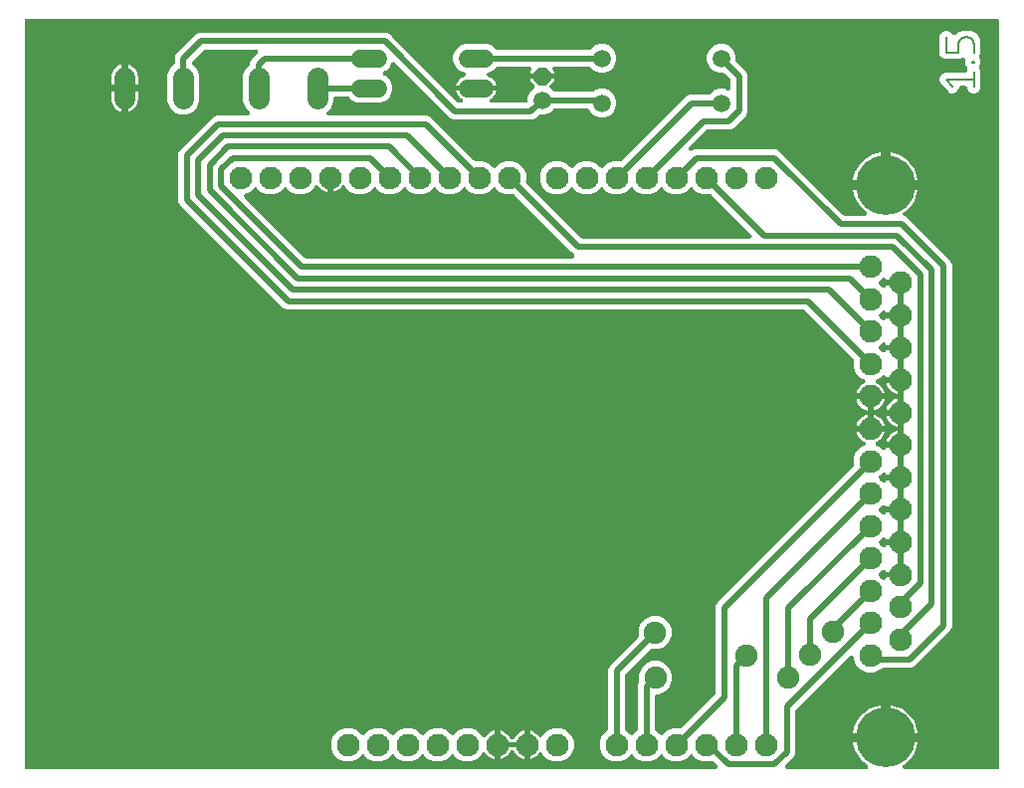
<source format=gbr>
G04 EAGLE Gerber X2 export*
%TF.Part,Single*%
%TF.FileFunction,Copper,L2,Bot,Mixed*%
%TF.FilePolarity,Positive*%
%TF.GenerationSoftware,Autodesk,EAGLE,9.6.2*%
%TF.CreationDate,2020-09-24T16:42:56Z*%
G75*
%MOMM*%
%FSLAX34Y34*%
%LPD*%
%INBottom Copper*%
%AMOC8*
5,1,8,0,0,1.08239X$1,22.5*%
G01*
%ADD10C,0.203200*%
%ADD11C,1.930400*%
%ADD12C,5.080000*%
%ADD13C,1.790700*%
%ADD14C,1.500000*%
%ADD15P,1.623585X8X112.500000*%
%ADD16C,1.500000*%
%ADD17C,0.508000*%
%ADD18C,1.900000*%

G36*
X-84916Y4576D02*
X-84916Y4576D01*
X-84951Y4574D01*
X-85116Y4596D01*
X-85281Y4613D01*
X-85315Y4623D01*
X-85350Y4628D01*
X-85507Y4682D01*
X-85666Y4731D01*
X-85697Y4748D01*
X-85731Y4759D01*
X-85874Y4843D01*
X-86020Y4923D01*
X-86047Y4945D01*
X-86078Y4963D01*
X-86202Y5074D01*
X-86329Y5180D01*
X-86351Y5208D01*
X-86378Y5231D01*
X-86478Y5365D01*
X-86582Y5494D01*
X-86598Y5525D01*
X-86619Y5554D01*
X-86691Y5704D01*
X-86767Y5851D01*
X-86777Y5885D01*
X-86792Y5917D01*
X-86833Y6079D01*
X-86879Y6238D01*
X-86882Y6274D01*
X-86890Y6308D01*
X-86898Y6474D01*
X-86912Y6640D01*
X-86907Y6675D01*
X-86909Y6710D01*
X-86884Y6875D01*
X-86865Y7039D01*
X-86854Y7073D01*
X-86848Y7108D01*
X-86791Y7264D01*
X-86740Y7422D01*
X-86722Y7453D01*
X-86710Y7486D01*
X-86624Y7628D01*
X-86542Y7773D01*
X-86519Y7800D01*
X-86500Y7830D01*
X-86387Y7952D01*
X-86279Y8077D01*
X-86251Y8099D01*
X-86227Y8125D01*
X-85961Y8324D01*
X-85406Y8673D01*
X-82952Y10629D01*
X-80733Y12848D01*
X-78777Y15302D01*
X-77107Y17959D01*
X-75745Y20787D01*
X-74709Y23749D01*
X-74011Y26808D01*
X-73940Y27433D01*
X-99568Y27433D01*
X-99586Y27435D01*
X-99603Y27433D01*
X-99786Y27454D01*
X-99968Y27473D01*
X-99986Y27478D01*
X-100003Y27480D01*
X-100178Y27537D01*
X-100353Y27591D01*
X-100369Y27599D01*
X-100386Y27605D01*
X-100546Y27695D01*
X-100707Y27783D01*
X-100721Y27794D01*
X-100737Y27803D01*
X-100876Y27923D01*
X-101017Y28040D01*
X-101028Y28054D01*
X-101041Y28066D01*
X-101154Y28211D01*
X-101269Y28354D01*
X-101277Y28370D01*
X-101288Y28384D01*
X-101370Y28549D01*
X-101455Y28711D01*
X-101459Y28728D01*
X-101467Y28745D01*
X-101515Y28923D01*
X-101566Y29098D01*
X-101567Y29116D01*
X-101572Y29133D01*
X-101599Y29464D01*
X-101599Y31497D01*
X-101601Y31497D01*
X-101601Y29464D01*
X-101603Y29446D01*
X-101601Y29428D01*
X-101623Y29246D01*
X-101641Y29063D01*
X-101646Y29046D01*
X-101648Y29029D01*
X-101705Y28854D01*
X-101759Y28678D01*
X-101767Y28663D01*
X-101773Y28646D01*
X-101863Y28486D01*
X-101951Y28324D01*
X-101962Y28311D01*
X-101971Y28295D01*
X-102091Y28156D01*
X-102208Y28015D01*
X-102222Y28004D01*
X-102234Y27991D01*
X-102379Y27878D01*
X-102522Y27763D01*
X-102538Y27755D01*
X-102552Y27744D01*
X-102717Y27662D01*
X-102880Y27577D01*
X-102897Y27572D01*
X-102913Y27564D01*
X-103091Y27517D01*
X-103266Y27466D01*
X-103284Y27464D01*
X-103301Y27460D01*
X-103632Y27433D01*
X-129260Y27433D01*
X-129189Y26808D01*
X-128491Y23749D01*
X-127455Y20787D01*
X-126093Y17959D01*
X-124423Y15302D01*
X-122467Y12848D01*
X-120248Y10629D01*
X-117794Y8673D01*
X-117239Y8324D01*
X-117211Y8302D01*
X-117180Y8285D01*
X-117052Y8179D01*
X-116921Y8077D01*
X-116898Y8050D01*
X-116871Y8028D01*
X-116766Y7898D01*
X-116658Y7772D01*
X-116640Y7742D01*
X-116618Y7714D01*
X-116542Y7566D01*
X-116460Y7422D01*
X-116449Y7388D01*
X-116433Y7357D01*
X-116387Y7197D01*
X-116335Y7039D01*
X-116331Y7004D01*
X-116321Y6970D01*
X-116308Y6804D01*
X-116288Y6639D01*
X-116291Y6604D01*
X-116288Y6568D01*
X-116308Y6403D01*
X-116321Y6238D01*
X-116331Y6204D01*
X-116335Y6169D01*
X-116387Y6010D01*
X-116433Y5851D01*
X-116449Y5820D01*
X-116460Y5786D01*
X-116542Y5641D01*
X-116619Y5493D01*
X-116641Y5466D01*
X-116658Y5435D01*
X-116767Y5309D01*
X-116871Y5180D01*
X-116898Y5157D01*
X-116921Y5130D01*
X-117053Y5029D01*
X-117180Y4922D01*
X-117212Y4905D01*
X-117239Y4884D01*
X-117388Y4810D01*
X-117535Y4731D01*
X-117568Y4720D01*
X-117600Y4704D01*
X-117761Y4661D01*
X-117919Y4613D01*
X-117954Y4609D01*
X-117989Y4600D01*
X-118319Y4573D01*
X-184934Y4573D01*
X-184943Y4574D01*
X-184952Y4573D01*
X-185144Y4594D01*
X-185335Y4613D01*
X-185344Y4615D01*
X-185353Y4616D01*
X-185535Y4674D01*
X-185720Y4731D01*
X-185728Y4735D01*
X-185736Y4738D01*
X-185905Y4831D01*
X-186074Y4923D01*
X-186081Y4928D01*
X-186089Y4933D01*
X-186236Y5057D01*
X-186383Y5180D01*
X-186389Y5187D01*
X-186396Y5193D01*
X-186515Y5344D01*
X-186636Y5494D01*
X-186640Y5502D01*
X-186645Y5509D01*
X-186733Y5682D01*
X-186821Y5851D01*
X-186824Y5860D01*
X-186828Y5868D01*
X-186879Y6054D01*
X-186933Y6238D01*
X-186933Y6247D01*
X-186936Y6256D01*
X-186950Y6449D01*
X-186965Y6640D01*
X-186964Y6648D01*
X-186965Y6657D01*
X-186941Y6850D01*
X-186919Y7039D01*
X-186916Y7048D01*
X-186915Y7057D01*
X-186853Y7240D01*
X-186794Y7422D01*
X-186789Y7430D01*
X-186786Y7438D01*
X-186690Y7605D01*
X-186596Y7773D01*
X-186590Y7780D01*
X-186585Y7787D01*
X-186371Y8040D01*
X-181677Y12734D01*
X-179390Y15021D01*
X-178307Y17635D01*
X-178307Y53870D01*
X-178305Y53897D01*
X-178307Y53924D01*
X-178285Y54098D01*
X-178267Y54271D01*
X-178260Y54297D01*
X-178256Y54323D01*
X-178201Y54489D01*
X-178149Y54656D01*
X-178136Y54680D01*
X-178128Y54705D01*
X-178041Y54857D01*
X-177957Y55010D01*
X-177940Y55030D01*
X-177927Y55054D01*
X-177712Y55307D01*
X-131992Y101027D01*
X-131985Y101032D01*
X-131980Y101039D01*
X-131830Y101160D01*
X-131681Y101282D01*
X-131673Y101286D01*
X-131666Y101292D01*
X-131495Y101381D01*
X-131325Y101470D01*
X-131317Y101473D01*
X-131309Y101477D01*
X-131123Y101530D01*
X-130939Y101585D01*
X-130930Y101586D01*
X-130922Y101589D01*
X-130730Y101604D01*
X-130538Y101622D01*
X-130529Y101621D01*
X-130520Y101621D01*
X-130331Y101599D01*
X-130138Y101578D01*
X-130129Y101576D01*
X-130121Y101575D01*
X-129938Y101515D01*
X-129754Y101457D01*
X-129746Y101452D01*
X-129738Y101450D01*
X-129569Y101355D01*
X-129402Y101262D01*
X-129395Y101256D01*
X-129387Y101252D01*
X-129241Y101126D01*
X-129095Y101001D01*
X-129089Y100994D01*
X-129082Y100989D01*
X-128965Y100837D01*
X-128845Y100686D01*
X-128841Y100678D01*
X-128836Y100671D01*
X-128750Y100498D01*
X-128663Y100327D01*
X-128660Y100318D01*
X-128656Y100310D01*
X-128606Y100124D01*
X-128555Y99939D01*
X-128554Y99930D01*
X-128552Y99921D01*
X-128525Y99590D01*
X-128525Y98262D01*
X-126359Y93034D01*
X-122358Y89033D01*
X-117130Y86867D01*
X-111470Y86867D01*
X-106242Y89033D01*
X-105193Y90082D01*
X-105172Y90099D01*
X-105155Y90120D01*
X-105017Y90227D01*
X-104881Y90337D01*
X-104858Y90350D01*
X-104837Y90366D01*
X-104680Y90444D01*
X-104526Y90526D01*
X-104500Y90534D01*
X-104476Y90546D01*
X-104307Y90591D01*
X-104140Y90641D01*
X-104113Y90643D01*
X-104087Y90650D01*
X-103757Y90677D01*
X-79865Y90677D01*
X-77251Y91760D01*
X-46040Y122971D01*
X-44957Y125585D01*
X-44957Y434185D01*
X-46040Y436799D01*
X-83647Y474406D01*
X-85559Y475198D01*
X-85594Y475216D01*
X-85631Y475229D01*
X-85771Y475312D01*
X-85913Y475388D01*
X-85944Y475413D01*
X-85978Y475433D01*
X-86099Y475541D01*
X-86224Y475644D01*
X-86249Y475675D01*
X-86279Y475702D01*
X-86376Y475831D01*
X-86478Y475957D01*
X-86496Y475992D01*
X-86520Y476024D01*
X-86589Y476170D01*
X-86665Y476313D01*
X-86676Y476352D01*
X-86693Y476387D01*
X-86732Y476544D01*
X-86778Y476700D01*
X-86781Y476739D01*
X-86791Y476778D01*
X-86798Y476940D01*
X-86812Y477101D01*
X-86808Y477140D01*
X-86810Y477180D01*
X-86785Y477341D01*
X-86767Y477501D01*
X-86755Y477539D01*
X-86749Y477578D01*
X-86693Y477731D01*
X-86644Y477884D01*
X-86625Y477919D01*
X-86611Y477956D01*
X-86527Y478095D01*
X-86448Y478236D01*
X-86422Y478266D01*
X-86401Y478300D01*
X-86291Y478419D01*
X-86186Y478542D01*
X-86155Y478566D01*
X-86128Y478595D01*
X-85892Y478771D01*
X-85869Y478790D01*
X-85866Y478792D01*
X-85862Y478794D01*
X-85406Y479081D01*
X-82952Y481037D01*
X-80733Y483256D01*
X-78777Y485710D01*
X-77107Y488367D01*
X-75745Y491195D01*
X-74709Y494157D01*
X-74011Y497216D01*
X-73940Y497841D01*
X-99568Y497841D01*
X-99586Y497843D01*
X-99603Y497841D01*
X-99786Y497862D01*
X-99968Y497881D01*
X-99986Y497886D01*
X-100003Y497888D01*
X-100178Y497945D01*
X-100353Y497999D01*
X-100369Y498007D01*
X-100386Y498013D01*
X-100546Y498103D01*
X-100707Y498191D01*
X-100721Y498202D01*
X-100737Y498211D01*
X-100876Y498331D01*
X-101017Y498448D01*
X-101028Y498462D01*
X-101041Y498474D01*
X-101154Y498619D01*
X-101269Y498762D01*
X-101277Y498778D01*
X-101288Y498792D01*
X-101370Y498957D01*
X-101455Y499119D01*
X-101459Y499136D01*
X-101467Y499153D01*
X-101515Y499331D01*
X-101566Y499506D01*
X-101567Y499524D01*
X-101572Y499541D01*
X-101599Y499872D01*
X-101599Y501905D01*
X-101601Y501905D01*
X-101601Y499872D01*
X-101603Y499854D01*
X-101601Y499836D01*
X-101623Y499654D01*
X-101641Y499471D01*
X-101646Y499454D01*
X-101648Y499437D01*
X-101705Y499262D01*
X-101759Y499086D01*
X-101767Y499071D01*
X-101773Y499054D01*
X-101863Y498894D01*
X-101951Y498732D01*
X-101962Y498719D01*
X-101971Y498703D01*
X-102091Y498564D01*
X-102208Y498423D01*
X-102222Y498412D01*
X-102234Y498399D01*
X-102379Y498286D01*
X-102522Y498171D01*
X-102538Y498163D01*
X-102552Y498152D01*
X-102717Y498070D01*
X-102880Y497985D01*
X-102897Y497980D01*
X-102913Y497972D01*
X-103091Y497925D01*
X-103266Y497874D01*
X-103284Y497872D01*
X-103301Y497868D01*
X-103632Y497841D01*
X-129260Y497841D01*
X-129189Y497216D01*
X-128491Y494157D01*
X-127455Y491195D01*
X-126093Y488367D01*
X-124423Y485710D01*
X-122467Y483256D01*
X-120248Y481037D01*
X-117828Y479108D01*
X-117740Y479022D01*
X-117646Y478944D01*
X-117597Y478882D01*
X-117540Y478827D01*
X-117470Y478726D01*
X-117394Y478630D01*
X-117357Y478560D01*
X-117313Y478495D01*
X-117265Y478382D01*
X-117208Y478273D01*
X-117186Y478197D01*
X-117155Y478124D01*
X-117131Y478004D01*
X-117097Y477886D01*
X-117090Y477807D01*
X-117074Y477730D01*
X-117074Y477607D01*
X-117064Y477484D01*
X-117073Y477406D01*
X-117073Y477327D01*
X-117096Y477207D01*
X-117111Y477085D01*
X-117135Y477009D01*
X-117150Y476932D01*
X-117197Y476819D01*
X-117236Y476702D01*
X-117274Y476633D01*
X-117305Y476560D01*
X-117373Y476458D01*
X-117433Y476351D01*
X-117485Y476291D01*
X-117529Y476226D01*
X-117616Y476139D01*
X-117697Y476046D01*
X-117759Y475998D01*
X-117815Y475943D01*
X-117918Y475875D01*
X-118015Y475800D01*
X-118085Y475765D01*
X-118151Y475721D01*
X-118265Y475675D01*
X-118375Y475620D01*
X-118452Y475600D01*
X-118525Y475570D01*
X-118645Y475548D01*
X-118764Y475516D01*
X-118856Y475508D01*
X-118920Y475496D01*
X-118992Y475497D01*
X-119095Y475489D01*
X-136080Y475489D01*
X-136107Y475491D01*
X-136134Y475489D01*
X-136308Y475511D01*
X-136481Y475529D01*
X-136507Y475536D01*
X-136533Y475540D01*
X-136699Y475595D01*
X-136866Y475647D01*
X-136890Y475660D01*
X-136915Y475668D01*
X-137067Y475755D01*
X-137220Y475839D01*
X-137241Y475856D01*
X-137264Y475869D01*
X-137517Y476084D01*
X-192227Y530794D01*
X-192301Y530824D01*
X-192301Y530825D01*
X-194841Y531877D01*
X-264051Y531877D01*
X-266248Y530967D01*
X-266252Y530965D01*
X-266256Y530963D01*
X-266441Y530908D01*
X-266633Y530850D01*
X-266638Y530850D01*
X-266642Y530849D01*
X-266840Y530831D01*
X-267034Y530812D01*
X-267038Y530813D01*
X-267043Y530812D01*
X-267245Y530834D01*
X-267434Y530854D01*
X-267439Y530855D01*
X-267443Y530856D01*
X-267633Y530916D01*
X-267819Y530974D01*
X-267823Y530976D01*
X-267827Y530977D01*
X-267999Y531072D01*
X-268172Y531167D01*
X-268175Y531170D01*
X-268179Y531172D01*
X-268329Y531299D01*
X-268480Y531426D01*
X-268483Y531429D01*
X-268486Y531432D01*
X-268609Y531587D01*
X-268731Y531741D01*
X-268733Y531745D01*
X-268736Y531748D01*
X-268825Y531924D01*
X-268915Y532099D01*
X-268916Y532103D01*
X-268918Y532107D01*
X-268972Y532299D01*
X-269025Y532486D01*
X-269025Y532491D01*
X-269026Y532495D01*
X-269041Y532697D01*
X-269056Y532888D01*
X-269055Y532892D01*
X-269056Y532897D01*
X-269031Y533094D01*
X-269007Y533287D01*
X-269006Y533292D01*
X-269005Y533296D01*
X-268943Y533481D01*
X-268881Y533670D01*
X-268878Y533674D01*
X-268877Y533678D01*
X-268779Y533848D01*
X-268681Y534019D01*
X-268678Y534023D01*
X-268676Y534027D01*
X-268461Y534280D01*
X-254189Y548552D01*
X-254168Y548569D01*
X-254151Y548590D01*
X-254013Y548697D01*
X-253877Y548807D01*
X-253854Y548820D01*
X-253832Y548836D01*
X-253676Y548914D01*
X-253522Y548996D01*
X-253496Y549004D01*
X-253472Y549016D01*
X-253303Y549061D01*
X-253136Y549111D01*
X-253109Y549113D01*
X-253083Y549120D01*
X-252752Y549147D01*
X-233535Y549147D01*
X-230921Y550230D01*
X-220030Y561121D01*
X-218947Y563735D01*
X-218947Y595775D01*
X-220030Y598389D01*
X-228632Y606991D01*
X-228649Y607012D01*
X-228670Y607029D01*
X-228777Y607167D01*
X-228887Y607303D01*
X-228900Y607326D01*
X-228916Y607348D01*
X-228994Y607504D01*
X-229076Y607658D01*
X-229084Y607684D01*
X-229096Y607708D01*
X-229141Y607877D01*
X-229191Y608044D01*
X-229193Y608071D01*
X-229200Y608097D01*
X-229227Y608428D01*
X-229227Y612001D01*
X-231065Y616439D01*
X-234461Y619835D01*
X-238899Y621673D01*
X-243701Y621673D01*
X-248139Y619835D01*
X-251535Y616439D01*
X-253373Y612001D01*
X-253373Y607199D01*
X-251535Y602761D01*
X-248139Y599365D01*
X-243701Y597527D01*
X-240128Y597527D01*
X-240101Y597525D01*
X-240074Y597527D01*
X-239900Y597505D01*
X-239727Y597487D01*
X-239701Y597480D01*
X-239675Y597476D01*
X-239509Y597420D01*
X-239342Y597369D01*
X-239318Y597356D01*
X-239293Y597348D01*
X-239141Y597261D01*
X-238988Y597177D01*
X-238968Y597160D01*
X-238944Y597147D01*
X-238691Y596932D01*
X-233768Y592009D01*
X-233751Y591988D01*
X-233730Y591971D01*
X-233624Y591833D01*
X-233513Y591697D01*
X-233500Y591673D01*
X-233484Y591652D01*
X-233406Y591496D01*
X-233324Y591342D01*
X-233316Y591316D01*
X-233304Y591292D01*
X-233259Y591123D01*
X-233209Y590956D01*
X-233207Y590929D01*
X-233200Y590903D01*
X-233173Y590572D01*
X-233173Y584241D01*
X-233174Y584228D01*
X-233173Y584214D01*
X-233194Y584028D01*
X-233213Y583840D01*
X-233217Y583828D01*
X-233218Y583814D01*
X-233276Y583635D01*
X-233331Y583455D01*
X-233337Y583444D01*
X-233341Y583431D01*
X-233433Y583266D01*
X-233523Y583101D01*
X-233531Y583091D01*
X-233538Y583079D01*
X-233660Y582936D01*
X-233780Y582792D01*
X-233791Y582784D01*
X-233799Y582774D01*
X-233948Y582657D01*
X-234094Y582540D01*
X-234106Y582534D01*
X-234116Y582525D01*
X-234285Y582441D01*
X-234451Y582354D01*
X-234464Y582351D01*
X-234476Y582345D01*
X-234657Y582295D01*
X-234838Y582243D01*
X-234852Y582242D01*
X-234865Y582238D01*
X-235053Y582225D01*
X-235240Y582210D01*
X-235253Y582212D01*
X-235266Y582211D01*
X-235454Y582235D01*
X-235639Y582257D01*
X-235652Y582261D01*
X-235665Y582263D01*
X-235981Y582364D01*
X-238899Y583573D01*
X-243701Y583573D01*
X-248139Y581735D01*
X-250666Y579208D01*
X-250686Y579191D01*
X-250704Y579170D01*
X-250842Y579063D01*
X-250977Y578953D01*
X-251001Y578940D01*
X-251022Y578924D01*
X-251179Y578846D01*
X-251333Y578764D01*
X-251358Y578756D01*
X-251383Y578744D01*
X-251552Y578699D01*
X-251719Y578649D01*
X-251745Y578647D01*
X-251771Y578640D01*
X-252102Y578613D01*
X-268115Y578613D01*
X-270729Y577530D01*
X-273016Y575243D01*
X-325466Y522793D01*
X-325483Y522779D01*
X-325498Y522761D01*
X-325639Y522651D01*
X-325777Y522538D01*
X-325797Y522527D01*
X-325815Y522513D01*
X-325976Y522433D01*
X-326133Y522349D01*
X-326155Y522343D01*
X-326175Y522333D01*
X-326348Y522285D01*
X-326519Y522235D01*
X-326542Y522232D01*
X-326564Y522227D01*
X-326742Y522214D01*
X-326920Y522198D01*
X-326943Y522201D01*
X-326965Y522199D01*
X-327142Y522222D01*
X-327165Y522225D01*
X-333030Y522225D01*
X-338258Y520059D01*
X-341464Y516853D01*
X-341477Y516842D01*
X-341489Y516828D01*
X-341633Y516714D01*
X-341775Y516598D01*
X-341791Y516590D01*
X-341805Y516579D01*
X-341969Y516495D01*
X-342131Y516409D01*
X-342148Y516404D01*
X-342164Y516396D01*
X-342341Y516347D01*
X-342517Y516295D01*
X-342535Y516293D01*
X-342552Y516288D01*
X-342735Y516275D01*
X-342918Y516258D01*
X-342936Y516260D01*
X-342953Y516259D01*
X-343135Y516282D01*
X-343318Y516302D01*
X-343335Y516307D01*
X-343353Y516309D01*
X-343526Y516368D01*
X-343702Y516423D01*
X-343718Y516432D01*
X-343734Y516438D01*
X-343894Y516529D01*
X-344054Y516618D01*
X-344068Y516629D01*
X-344083Y516638D01*
X-344336Y516853D01*
X-347542Y520059D01*
X-352770Y522225D01*
X-358430Y522225D01*
X-363658Y520059D01*
X-366864Y516853D01*
X-366877Y516842D01*
X-366889Y516828D01*
X-367033Y516714D01*
X-367175Y516598D01*
X-367191Y516590D01*
X-367205Y516579D01*
X-367369Y516495D01*
X-367531Y516409D01*
X-367548Y516404D01*
X-367564Y516396D01*
X-367741Y516347D01*
X-367917Y516295D01*
X-367935Y516293D01*
X-367952Y516288D01*
X-368135Y516275D01*
X-368318Y516258D01*
X-368336Y516260D01*
X-368353Y516259D01*
X-368535Y516282D01*
X-368718Y516302D01*
X-368735Y516307D01*
X-368753Y516309D01*
X-368926Y516368D01*
X-369102Y516423D01*
X-369118Y516432D01*
X-369134Y516438D01*
X-369294Y516529D01*
X-369454Y516618D01*
X-369468Y516629D01*
X-369483Y516638D01*
X-369736Y516853D01*
X-372942Y520059D01*
X-378170Y522225D01*
X-383830Y522225D01*
X-389058Y520059D01*
X-393059Y516058D01*
X-395225Y510830D01*
X-395225Y505170D01*
X-393059Y499942D01*
X-389058Y495941D01*
X-383830Y493775D01*
X-378170Y493775D01*
X-372942Y495941D01*
X-369736Y499147D01*
X-369722Y499158D01*
X-369711Y499172D01*
X-369567Y499285D01*
X-369425Y499402D01*
X-369409Y499410D01*
X-369395Y499421D01*
X-369231Y499505D01*
X-369069Y499591D01*
X-369052Y499596D01*
X-369036Y499604D01*
X-368859Y499653D01*
X-368683Y499705D01*
X-368665Y499707D01*
X-368648Y499712D01*
X-368465Y499725D01*
X-368282Y499742D01*
X-368264Y499740D01*
X-368247Y499741D01*
X-368065Y499718D01*
X-367882Y499698D01*
X-367865Y499693D01*
X-367847Y499691D01*
X-367673Y499632D01*
X-367498Y499577D01*
X-367482Y499568D01*
X-367466Y499562D01*
X-367306Y499471D01*
X-367146Y499382D01*
X-367132Y499371D01*
X-367117Y499362D01*
X-366864Y499147D01*
X-363658Y495941D01*
X-358430Y493775D01*
X-352770Y493775D01*
X-347542Y495941D01*
X-344336Y499147D01*
X-344322Y499158D01*
X-344311Y499172D01*
X-344167Y499285D01*
X-344025Y499402D01*
X-344009Y499410D01*
X-343995Y499421D01*
X-343831Y499505D01*
X-343669Y499591D01*
X-343652Y499596D01*
X-343636Y499604D01*
X-343459Y499653D01*
X-343283Y499705D01*
X-343265Y499707D01*
X-343248Y499712D01*
X-343065Y499725D01*
X-342882Y499742D01*
X-342864Y499740D01*
X-342847Y499741D01*
X-342665Y499718D01*
X-342482Y499698D01*
X-342465Y499693D01*
X-342447Y499691D01*
X-342273Y499632D01*
X-342098Y499577D01*
X-342082Y499568D01*
X-342066Y499562D01*
X-341906Y499471D01*
X-341746Y499382D01*
X-341732Y499371D01*
X-341717Y499362D01*
X-341464Y499147D01*
X-338258Y495941D01*
X-333030Y493775D01*
X-327370Y493775D01*
X-322142Y495941D01*
X-318936Y499147D01*
X-318922Y499158D01*
X-318911Y499172D01*
X-318767Y499285D01*
X-318625Y499402D01*
X-318609Y499410D01*
X-318595Y499421D01*
X-318431Y499505D01*
X-318269Y499591D01*
X-318252Y499596D01*
X-318236Y499604D01*
X-318059Y499653D01*
X-317883Y499705D01*
X-317865Y499707D01*
X-317848Y499712D01*
X-317665Y499725D01*
X-317482Y499742D01*
X-317464Y499740D01*
X-317447Y499741D01*
X-317265Y499718D01*
X-317082Y499698D01*
X-317065Y499693D01*
X-317047Y499691D01*
X-316873Y499632D01*
X-316698Y499577D01*
X-316682Y499568D01*
X-316666Y499562D01*
X-316506Y499471D01*
X-316346Y499382D01*
X-316332Y499371D01*
X-316317Y499362D01*
X-316064Y499147D01*
X-312858Y495941D01*
X-307630Y493775D01*
X-301970Y493775D01*
X-296742Y495941D01*
X-293536Y499147D01*
X-293523Y499158D01*
X-293511Y499172D01*
X-293367Y499286D01*
X-293225Y499402D01*
X-293209Y499410D01*
X-293195Y499421D01*
X-293031Y499505D01*
X-292869Y499591D01*
X-292852Y499596D01*
X-292836Y499604D01*
X-292659Y499653D01*
X-292483Y499705D01*
X-292465Y499707D01*
X-292448Y499712D01*
X-292265Y499725D01*
X-292082Y499742D01*
X-292064Y499740D01*
X-292047Y499741D01*
X-291865Y499718D01*
X-291682Y499698D01*
X-291665Y499693D01*
X-291647Y499691D01*
X-291474Y499632D01*
X-291298Y499577D01*
X-291282Y499568D01*
X-291266Y499562D01*
X-291106Y499471D01*
X-290946Y499382D01*
X-290932Y499371D01*
X-290917Y499362D01*
X-290664Y499147D01*
X-287458Y495941D01*
X-282230Y493775D01*
X-276570Y493775D01*
X-271342Y495941D01*
X-268136Y499147D01*
X-268123Y499158D01*
X-268111Y499172D01*
X-267967Y499286D01*
X-267825Y499402D01*
X-267809Y499410D01*
X-267795Y499421D01*
X-267631Y499505D01*
X-267469Y499591D01*
X-267452Y499596D01*
X-267436Y499604D01*
X-267259Y499653D01*
X-267083Y499705D01*
X-267065Y499707D01*
X-267048Y499712D01*
X-266865Y499725D01*
X-266682Y499742D01*
X-266664Y499740D01*
X-266647Y499741D01*
X-266465Y499718D01*
X-266282Y499698D01*
X-266265Y499693D01*
X-266247Y499691D01*
X-266074Y499632D01*
X-265898Y499577D01*
X-265882Y499568D01*
X-265866Y499562D01*
X-265706Y499471D01*
X-265546Y499382D01*
X-265532Y499371D01*
X-265517Y499362D01*
X-265264Y499147D01*
X-262058Y495941D01*
X-256830Y493775D01*
X-251004Y493775D01*
X-250872Y493785D01*
X-250694Y493802D01*
X-250672Y493800D01*
X-250649Y493801D01*
X-250471Y493779D01*
X-250294Y493760D01*
X-250272Y493754D01*
X-250249Y493751D01*
X-250080Y493694D01*
X-249909Y493641D01*
X-249889Y493630D01*
X-249868Y493623D01*
X-249713Y493533D01*
X-249556Y493448D01*
X-249539Y493433D01*
X-249519Y493422D01*
X-249266Y493207D01*
X-215711Y459652D01*
X-215706Y459645D01*
X-215699Y459640D01*
X-215578Y459490D01*
X-215456Y459341D01*
X-215452Y459333D01*
X-215446Y459326D01*
X-215357Y459155D01*
X-215268Y458985D01*
X-215265Y458977D01*
X-215261Y458969D01*
X-215208Y458783D01*
X-215153Y458599D01*
X-215152Y458590D01*
X-215149Y458582D01*
X-215134Y458390D01*
X-215116Y458198D01*
X-215117Y458189D01*
X-215117Y458180D01*
X-215139Y457991D01*
X-215160Y457798D01*
X-215162Y457789D01*
X-215163Y457781D01*
X-215223Y457599D01*
X-215281Y457414D01*
X-215286Y457406D01*
X-215288Y457398D01*
X-215383Y457229D01*
X-215476Y457062D01*
X-215482Y457055D01*
X-215486Y457047D01*
X-215612Y456901D01*
X-215737Y456755D01*
X-215744Y456749D01*
X-215749Y456742D01*
X-215901Y456625D01*
X-216052Y456505D01*
X-216060Y456501D01*
X-216067Y456496D01*
X-216240Y456410D01*
X-216411Y456323D01*
X-216420Y456320D01*
X-216428Y456316D01*
X-216614Y456266D01*
X-216799Y456215D01*
X-216808Y456214D01*
X-216817Y456212D01*
X-217148Y456185D01*
X-358924Y456185D01*
X-358951Y456187D01*
X-358978Y456185D01*
X-359152Y456207D01*
X-359325Y456225D01*
X-359351Y456232D01*
X-359377Y456236D01*
X-359543Y456291D01*
X-359710Y456343D01*
X-359734Y456356D01*
X-359759Y456364D01*
X-359911Y456451D01*
X-360064Y456535D01*
X-360084Y456552D01*
X-360108Y456565D01*
X-360361Y456780D01*
X-406847Y503266D01*
X-406861Y503283D01*
X-406879Y503298D01*
X-406989Y503439D01*
X-407102Y503577D01*
X-407113Y503597D01*
X-407127Y503615D01*
X-407207Y503776D01*
X-407291Y503933D01*
X-407297Y503955D01*
X-407307Y503975D01*
X-407355Y504148D01*
X-407405Y504319D01*
X-407408Y504342D01*
X-407413Y504364D01*
X-407426Y504542D01*
X-407442Y504720D01*
X-407439Y504743D01*
X-407441Y504765D01*
X-407418Y504942D01*
X-407415Y504965D01*
X-407415Y510830D01*
X-409581Y516058D01*
X-413582Y520059D01*
X-418810Y522225D01*
X-424470Y522225D01*
X-429698Y520059D01*
X-432904Y516853D01*
X-432917Y516842D01*
X-432929Y516828D01*
X-433073Y516714D01*
X-433215Y516598D01*
X-433231Y516590D01*
X-433245Y516579D01*
X-433409Y516495D01*
X-433571Y516409D01*
X-433588Y516404D01*
X-433604Y516396D01*
X-433781Y516347D01*
X-433957Y516295D01*
X-433975Y516293D01*
X-433992Y516288D01*
X-434175Y516275D01*
X-434358Y516258D01*
X-434376Y516260D01*
X-434393Y516259D01*
X-434575Y516282D01*
X-434758Y516302D01*
X-434775Y516307D01*
X-434793Y516309D01*
X-434966Y516368D01*
X-435142Y516423D01*
X-435158Y516432D01*
X-435174Y516438D01*
X-435334Y516529D01*
X-435494Y516618D01*
X-435508Y516629D01*
X-435523Y516638D01*
X-435776Y516853D01*
X-438982Y520059D01*
X-444210Y522225D01*
X-450036Y522225D01*
X-450168Y522215D01*
X-450346Y522198D01*
X-450368Y522200D01*
X-450391Y522199D01*
X-450569Y522221D01*
X-450746Y522240D01*
X-450768Y522246D01*
X-450791Y522249D01*
X-450960Y522306D01*
X-451131Y522359D01*
X-451151Y522370D01*
X-451172Y522377D01*
X-451327Y522467D01*
X-451484Y522552D01*
X-451501Y522567D01*
X-451521Y522578D01*
X-451774Y522793D01*
X-488731Y559750D01*
X-491345Y560833D01*
X-574981Y560833D01*
X-574990Y560834D01*
X-574999Y560833D01*
X-575191Y560854D01*
X-575382Y560873D01*
X-575390Y560875D01*
X-575399Y560876D01*
X-575581Y560934D01*
X-575766Y560991D01*
X-575774Y560995D01*
X-575783Y560998D01*
X-575951Y561091D01*
X-576120Y561183D01*
X-576127Y561188D01*
X-576135Y561193D01*
X-576281Y561316D01*
X-576430Y561440D01*
X-576435Y561447D01*
X-576442Y561453D01*
X-576561Y561604D01*
X-576682Y561754D01*
X-576686Y561762D01*
X-576692Y561769D01*
X-576780Y561942D01*
X-576868Y562111D01*
X-576870Y562120D01*
X-576874Y562128D01*
X-576926Y562313D01*
X-576979Y562498D01*
X-576980Y562507D01*
X-576982Y562516D01*
X-576996Y562709D01*
X-577012Y562900D01*
X-577011Y562908D01*
X-577011Y562917D01*
X-576987Y563110D01*
X-576965Y563299D01*
X-576962Y563308D01*
X-576961Y563317D01*
X-576900Y563500D01*
X-576840Y563682D01*
X-576836Y563690D01*
X-576833Y563698D01*
X-576737Y563865D01*
X-576642Y564033D01*
X-576636Y564040D01*
X-576632Y564047D01*
X-576417Y564300D01*
X-573133Y567585D01*
X-571074Y572556D01*
X-571074Y575056D01*
X-571072Y575074D01*
X-571073Y575092D01*
X-571052Y575274D01*
X-571034Y575457D01*
X-571029Y575474D01*
X-571027Y575491D01*
X-570970Y575665D01*
X-570916Y575842D01*
X-570907Y575857D01*
X-570902Y575874D01*
X-570811Y576034D01*
X-570724Y576196D01*
X-570713Y576209D01*
X-570704Y576225D01*
X-570584Y576364D01*
X-570466Y576505D01*
X-570452Y576516D01*
X-570441Y576530D01*
X-570296Y576642D01*
X-570152Y576757D01*
X-570137Y576765D01*
X-570123Y576776D01*
X-569958Y576858D01*
X-569795Y576943D01*
X-569778Y576948D01*
X-569762Y576956D01*
X-569584Y577003D01*
X-569408Y577054D01*
X-569390Y577056D01*
X-569373Y577060D01*
X-569043Y577087D01*
X-559202Y577087D01*
X-559176Y577085D01*
X-559149Y577087D01*
X-558975Y577065D01*
X-558801Y577047D01*
X-558776Y577040D01*
X-558749Y577036D01*
X-558584Y576981D01*
X-558417Y576929D01*
X-558393Y576916D01*
X-558368Y576908D01*
X-558216Y576821D01*
X-558063Y576737D01*
X-558042Y576720D01*
X-558019Y576707D01*
X-557766Y576492D01*
X-555239Y573965D01*
X-553306Y573165D01*
X-550801Y572127D01*
X-530999Y572127D01*
X-526561Y573965D01*
X-523165Y577361D01*
X-521327Y581799D01*
X-521327Y586601D01*
X-523165Y591039D01*
X-526561Y594435D01*
X-527982Y595023D01*
X-527990Y595028D01*
X-527999Y595030D01*
X-528169Y595123D01*
X-528337Y595214D01*
X-528344Y595219D01*
X-528352Y595224D01*
X-528500Y595348D01*
X-528648Y595470D01*
X-528653Y595477D01*
X-528660Y595483D01*
X-528781Y595634D01*
X-528901Y595783D01*
X-528905Y595790D01*
X-528911Y595798D01*
X-528999Y595969D01*
X-529088Y596139D01*
X-529091Y596148D01*
X-529095Y596156D01*
X-529147Y596340D01*
X-529201Y596526D01*
X-529202Y596535D01*
X-529205Y596543D01*
X-529219Y596733D01*
X-529236Y596927D01*
X-529235Y596936D01*
X-529236Y596944D01*
X-529212Y597136D01*
X-529191Y597327D01*
X-529188Y597335D01*
X-529187Y597344D01*
X-529127Y597526D01*
X-529068Y597710D01*
X-529063Y597718D01*
X-529061Y597726D01*
X-528966Y597892D01*
X-528871Y598062D01*
X-528866Y598068D01*
X-528861Y598076D01*
X-528736Y598220D01*
X-528610Y598367D01*
X-528602Y598373D01*
X-528597Y598380D01*
X-528444Y598497D01*
X-528293Y598616D01*
X-528285Y598620D01*
X-528277Y598625D01*
X-527982Y598777D01*
X-526561Y599365D01*
X-523165Y602761D01*
X-522217Y605051D01*
X-522211Y605062D01*
X-522207Y605075D01*
X-522116Y605239D01*
X-522027Y605406D01*
X-522018Y605416D01*
X-522012Y605428D01*
X-521891Y605570D01*
X-521770Y605716D01*
X-521760Y605724D01*
X-521751Y605735D01*
X-521604Y605851D01*
X-521458Y605970D01*
X-521446Y605976D01*
X-521435Y605984D01*
X-521268Y606069D01*
X-521101Y606157D01*
X-521088Y606160D01*
X-521076Y606167D01*
X-520895Y606217D01*
X-520715Y606270D01*
X-520701Y606271D01*
X-520689Y606275D01*
X-520500Y606288D01*
X-520314Y606304D01*
X-520301Y606303D01*
X-520287Y606304D01*
X-520100Y606280D01*
X-519914Y606259D01*
X-519901Y606255D01*
X-519888Y606253D01*
X-519710Y606194D01*
X-519530Y606136D01*
X-519519Y606130D01*
X-519506Y606125D01*
X-519343Y606031D01*
X-519179Y605940D01*
X-519169Y605931D01*
X-519157Y605924D01*
X-518904Y605710D01*
X-471673Y558478D01*
X-469058Y557395D01*
X-401817Y557395D01*
X-399203Y558478D01*
X-396916Y560765D01*
X-396309Y561372D01*
X-396288Y561389D01*
X-396271Y561410D01*
X-396133Y561517D01*
X-395997Y561627D01*
X-395974Y561640D01*
X-395952Y561656D01*
X-395796Y561734D01*
X-395642Y561816D01*
X-395616Y561824D01*
X-395592Y561836D01*
X-395423Y561881D01*
X-395256Y561931D01*
X-395229Y561933D01*
X-395203Y561940D01*
X-394872Y561967D01*
X-391299Y561967D01*
X-386861Y563805D01*
X-384334Y566332D01*
X-384314Y566349D01*
X-384296Y566370D01*
X-384158Y566477D01*
X-384023Y566587D01*
X-383999Y566600D01*
X-383978Y566616D01*
X-383821Y566694D01*
X-383667Y566776D01*
X-383642Y566784D01*
X-383617Y566796D01*
X-383448Y566841D01*
X-383281Y566891D01*
X-383255Y566893D01*
X-383229Y566900D01*
X-382898Y566927D01*
X-355431Y566927D01*
X-355408Y566925D01*
X-355386Y566927D01*
X-355209Y566905D01*
X-355030Y566887D01*
X-355009Y566881D01*
X-354986Y566878D01*
X-354817Y566822D01*
X-354645Y566769D01*
X-354625Y566759D01*
X-354604Y566752D01*
X-354449Y566663D01*
X-354291Y566577D01*
X-354274Y566563D01*
X-354254Y566552D01*
X-354120Y566435D01*
X-353982Y566320D01*
X-353968Y566302D01*
X-353951Y566288D01*
X-353842Y566146D01*
X-353729Y566006D01*
X-353719Y565986D01*
X-353706Y565968D01*
X-353554Y565673D01*
X-353135Y564661D01*
X-349739Y561265D01*
X-345301Y559427D01*
X-340499Y559427D01*
X-336061Y561265D01*
X-332665Y564661D01*
X-330827Y569099D01*
X-330827Y573901D01*
X-332665Y578339D01*
X-336061Y581735D01*
X-340499Y583573D01*
X-345301Y583573D01*
X-349744Y581732D01*
X-349746Y581731D01*
X-349764Y581710D01*
X-349902Y581603D01*
X-350037Y581493D01*
X-350061Y581480D01*
X-350082Y581464D01*
X-350239Y581386D01*
X-350393Y581304D01*
X-350418Y581296D01*
X-350443Y581284D01*
X-350612Y581239D01*
X-350779Y581189D01*
X-350805Y581187D01*
X-350831Y581180D01*
X-351162Y581153D01*
X-382898Y581153D01*
X-382924Y581155D01*
X-382951Y581153D01*
X-383125Y581175D01*
X-383299Y581193D01*
X-383324Y581200D01*
X-383351Y581204D01*
X-383517Y581260D01*
X-383683Y581311D01*
X-383707Y581323D01*
X-383732Y581332D01*
X-383884Y581419D01*
X-384037Y581503D01*
X-384058Y581520D01*
X-384081Y581533D01*
X-384334Y581748D01*
X-386787Y584201D01*
X-386799Y584214D01*
X-386812Y584226D01*
X-386926Y584370D01*
X-387042Y584512D01*
X-387051Y584528D01*
X-387062Y584542D01*
X-387145Y584706D01*
X-387231Y584868D01*
X-387236Y584885D01*
X-387244Y584901D01*
X-387293Y585078D01*
X-387346Y585254D01*
X-387347Y585271D01*
X-387352Y585289D01*
X-387365Y585470D01*
X-387382Y585655D01*
X-387380Y585672D01*
X-387381Y585690D01*
X-387358Y585872D01*
X-387339Y586055D01*
X-387333Y586072D01*
X-387331Y586090D01*
X-387273Y586263D01*
X-387217Y586439D01*
X-387208Y586454D01*
X-387203Y586471D01*
X-387111Y586631D01*
X-387022Y586791D01*
X-387011Y586805D01*
X-387002Y586820D01*
X-386787Y587073D01*
X-383659Y590201D01*
X-383659Y592329D01*
X-393700Y592329D01*
X-403741Y592329D01*
X-403741Y590201D01*
X-400613Y587073D01*
X-400601Y587059D01*
X-400588Y587048D01*
X-400474Y586904D01*
X-400358Y586762D01*
X-400349Y586746D01*
X-400338Y586732D01*
X-400255Y586568D01*
X-400169Y586406D01*
X-400164Y586389D01*
X-400156Y586373D01*
X-400107Y586196D01*
X-400054Y586020D01*
X-400053Y586002D01*
X-400048Y585985D01*
X-400035Y585802D01*
X-400018Y585619D01*
X-400020Y585601D01*
X-400019Y585584D01*
X-400042Y585401D01*
X-400061Y585219D01*
X-400067Y585202D01*
X-400069Y585184D01*
X-400127Y585010D01*
X-400183Y584835D01*
X-400192Y584819D01*
X-400197Y584802D01*
X-400289Y584643D01*
X-400378Y584483D01*
X-400389Y584469D01*
X-400398Y584454D01*
X-400613Y584201D01*
X-403935Y580879D01*
X-405773Y576441D01*
X-405773Y573652D01*
X-405775Y573634D01*
X-405773Y573616D01*
X-405794Y573434D01*
X-405813Y573251D01*
X-405818Y573234D01*
X-405820Y573217D01*
X-405877Y573042D01*
X-405931Y572866D01*
X-405939Y572851D01*
X-405945Y572834D01*
X-406035Y572674D01*
X-406123Y572512D01*
X-406134Y572499D01*
X-406143Y572483D01*
X-406263Y572344D01*
X-406380Y572203D01*
X-406394Y572192D01*
X-406406Y572178D01*
X-406552Y572065D01*
X-406694Y571951D01*
X-406710Y571943D01*
X-406724Y571932D01*
X-406889Y571850D01*
X-407051Y571765D01*
X-407068Y571760D01*
X-407084Y571752D01*
X-407263Y571705D01*
X-407438Y571654D01*
X-407456Y571652D01*
X-407473Y571648D01*
X-407804Y571621D01*
X-436311Y571621D01*
X-436437Y571633D01*
X-436563Y571636D01*
X-436636Y571653D01*
X-436711Y571661D01*
X-436832Y571698D01*
X-436956Y571726D01*
X-437024Y571757D01*
X-437096Y571779D01*
X-437207Y571839D01*
X-437323Y571891D01*
X-437384Y571935D01*
X-437450Y571971D01*
X-437547Y572051D01*
X-437650Y572125D01*
X-437702Y572180D01*
X-437760Y572228D01*
X-437839Y572327D01*
X-437925Y572419D01*
X-437965Y572483D01*
X-438012Y572542D01*
X-438070Y572654D01*
X-438137Y572762D01*
X-438163Y572833D01*
X-438198Y572899D01*
X-438232Y573021D01*
X-438276Y573139D01*
X-438288Y573214D01*
X-438309Y573286D01*
X-438319Y573412D01*
X-438339Y573537D01*
X-438336Y573612D01*
X-438342Y573688D01*
X-438327Y573813D01*
X-438322Y573939D01*
X-438304Y574012D01*
X-438295Y574087D01*
X-438256Y574208D01*
X-438226Y574330D01*
X-438193Y574398D01*
X-438170Y574470D01*
X-438108Y574580D01*
X-438054Y574695D01*
X-438009Y574755D01*
X-437972Y574821D01*
X-437890Y574916D01*
X-437814Y575018D01*
X-437758Y575069D01*
X-437709Y575125D01*
X-437609Y575203D01*
X-437515Y575288D01*
X-437441Y575334D01*
X-437391Y575372D01*
X-437325Y575405D01*
X-437233Y575462D01*
X-436937Y575612D01*
X-435659Y576541D01*
X-434541Y577659D01*
X-433612Y578938D01*
X-432895Y580346D01*
X-432407Y581849D01*
X-432356Y582169D01*
X-457200Y582169D01*
X-467044Y582169D01*
X-466993Y581849D01*
X-466505Y580346D01*
X-465788Y578938D01*
X-464859Y577659D01*
X-463741Y576541D01*
X-462463Y575612D01*
X-462167Y575462D01*
X-462061Y575394D01*
X-461950Y575333D01*
X-461892Y575285D01*
X-461828Y575244D01*
X-461737Y575156D01*
X-461640Y575076D01*
X-461593Y575017D01*
X-461539Y574964D01*
X-461467Y574860D01*
X-461388Y574762D01*
X-461353Y574695D01*
X-461310Y574633D01*
X-461261Y574517D01*
X-461202Y574405D01*
X-461182Y574332D01*
X-461152Y574263D01*
X-461126Y574139D01*
X-461091Y574018D01*
X-461085Y573943D01*
X-461069Y573869D01*
X-461069Y573742D01*
X-461058Y573616D01*
X-461067Y573542D01*
X-461066Y573466D01*
X-461090Y573342D01*
X-461105Y573217D01*
X-461128Y573145D01*
X-461143Y573071D01*
X-461191Y572954D01*
X-461230Y572834D01*
X-461267Y572768D01*
X-461296Y572698D01*
X-461366Y572593D01*
X-461428Y572483D01*
X-461477Y572426D01*
X-461519Y572363D01*
X-461608Y572274D01*
X-461691Y572178D01*
X-461750Y572132D01*
X-461804Y572079D01*
X-461909Y572009D01*
X-462009Y571932D01*
X-462077Y571898D01*
X-462139Y571856D01*
X-462256Y571809D01*
X-462370Y571752D01*
X-462442Y571733D01*
X-462512Y571704D01*
X-462636Y571681D01*
X-462758Y571648D01*
X-462846Y571641D01*
X-462908Y571629D01*
X-462981Y571630D01*
X-463089Y571621D01*
X-463856Y571621D01*
X-463882Y571623D01*
X-463909Y571621D01*
X-464083Y571643D01*
X-464257Y571661D01*
X-464282Y571668D01*
X-464309Y571672D01*
X-464474Y571727D01*
X-464641Y571779D01*
X-464665Y571792D01*
X-464690Y571800D01*
X-464842Y571887D01*
X-464995Y571971D01*
X-465016Y571988D01*
X-465039Y572001D01*
X-465292Y572216D01*
X-521032Y627955D01*
X-521032Y627956D01*
X-523318Y630242D01*
X-525933Y631325D01*
X-685303Y631325D01*
X-687917Y630242D01*
X-704930Y613229D01*
X-706013Y610615D01*
X-706013Y606011D01*
X-706015Y605985D01*
X-706013Y605958D01*
X-706035Y605784D01*
X-706053Y605611D01*
X-706060Y605585D01*
X-706064Y605558D01*
X-706119Y605393D01*
X-706171Y605226D01*
X-706184Y605202D01*
X-706192Y605177D01*
X-706279Y605025D01*
X-706363Y604872D01*
X-706380Y604851D01*
X-706393Y604828D01*
X-706608Y604575D01*
X-710367Y600815D01*
X-712426Y595844D01*
X-712426Y572556D01*
X-710367Y567585D01*
X-706562Y563779D01*
X-701591Y561720D01*
X-696209Y561720D01*
X-691238Y563779D01*
X-687433Y567585D01*
X-685374Y572556D01*
X-685374Y595844D01*
X-687433Y600815D01*
X-690893Y604275D01*
X-690904Y604289D01*
X-690918Y604301D01*
X-691032Y604445D01*
X-691148Y604587D01*
X-691156Y604603D01*
X-691167Y604617D01*
X-691251Y604781D01*
X-691337Y604943D01*
X-691342Y604960D01*
X-691350Y604976D01*
X-691399Y605153D01*
X-691451Y605329D01*
X-691453Y605346D01*
X-691458Y605364D01*
X-691471Y605547D01*
X-691488Y605730D01*
X-691486Y605747D01*
X-691487Y605765D01*
X-691464Y605947D01*
X-691444Y606130D01*
X-691439Y606147D01*
X-691437Y606165D01*
X-691378Y606338D01*
X-691323Y606514D01*
X-691314Y606529D01*
X-691309Y606546D01*
X-691217Y606706D01*
X-691128Y606866D01*
X-691117Y606880D01*
X-691108Y606895D01*
X-690893Y607148D01*
X-681537Y616504D01*
X-681516Y616521D01*
X-681499Y616542D01*
X-681361Y616649D01*
X-681225Y616759D01*
X-681202Y616772D01*
X-681180Y616788D01*
X-681024Y616866D01*
X-680870Y616948D01*
X-680844Y616956D01*
X-680820Y616968D01*
X-680651Y617013D01*
X-680484Y617063D01*
X-680457Y617065D01*
X-680431Y617072D01*
X-680100Y617099D01*
X-637384Y617099D01*
X-637375Y617098D01*
X-637366Y617099D01*
X-637174Y617078D01*
X-636983Y617059D01*
X-636974Y617057D01*
X-636965Y617056D01*
X-636783Y616998D01*
X-636598Y616941D01*
X-636590Y616937D01*
X-636582Y616934D01*
X-636413Y616841D01*
X-636244Y616749D01*
X-636237Y616744D01*
X-636229Y616739D01*
X-636082Y616615D01*
X-635935Y616492D01*
X-635929Y616485D01*
X-635922Y616479D01*
X-635803Y616328D01*
X-635682Y616178D01*
X-635678Y616170D01*
X-635673Y616163D01*
X-635585Y615990D01*
X-635497Y615821D01*
X-635494Y615812D01*
X-635490Y615804D01*
X-635438Y615618D01*
X-635385Y615434D01*
X-635385Y615425D01*
X-635382Y615416D01*
X-635368Y615223D01*
X-635353Y615032D01*
X-635354Y615024D01*
X-635353Y615015D01*
X-635377Y614820D01*
X-635399Y614633D01*
X-635402Y614624D01*
X-635403Y614615D01*
X-635465Y614432D01*
X-635524Y614250D01*
X-635529Y614242D01*
X-635532Y614234D01*
X-635627Y614068D01*
X-635722Y613899D01*
X-635728Y613892D01*
X-635733Y613885D01*
X-635947Y613632D01*
X-638743Y610836D01*
X-641030Y608549D01*
X-642113Y605935D01*
X-642113Y605611D01*
X-642115Y605585D01*
X-642113Y605558D01*
X-642135Y605384D01*
X-642153Y605211D01*
X-642160Y605185D01*
X-642164Y605158D01*
X-642219Y604993D01*
X-642271Y604826D01*
X-642284Y604802D01*
X-642292Y604777D01*
X-642379Y604625D01*
X-642463Y604472D01*
X-642480Y604451D01*
X-642493Y604428D01*
X-642708Y604175D01*
X-646067Y600815D01*
X-648126Y595844D01*
X-648126Y572556D01*
X-646067Y567585D01*
X-642783Y564300D01*
X-642777Y564293D01*
X-642770Y564288D01*
X-642650Y564138D01*
X-642528Y563989D01*
X-642524Y563981D01*
X-642518Y563974D01*
X-642429Y563804D01*
X-642339Y563633D01*
X-642337Y563624D01*
X-642332Y563617D01*
X-642279Y563432D01*
X-642224Y563247D01*
X-642223Y563238D01*
X-642221Y563230D01*
X-642205Y563039D01*
X-642188Y562846D01*
X-642189Y562837D01*
X-642188Y562828D01*
X-642210Y562639D01*
X-642231Y562446D01*
X-642234Y562437D01*
X-642235Y562429D01*
X-642294Y562247D01*
X-642353Y562062D01*
X-642357Y562054D01*
X-642360Y562046D01*
X-642455Y561877D01*
X-642548Y561710D01*
X-642553Y561703D01*
X-642558Y561695D01*
X-642684Y561549D01*
X-642808Y561403D01*
X-642815Y561397D01*
X-642821Y561390D01*
X-642972Y561273D01*
X-643124Y561153D01*
X-643132Y561149D01*
X-643139Y561144D01*
X-643311Y561058D01*
X-643483Y560971D01*
X-643492Y560968D01*
X-643500Y560964D01*
X-643686Y560914D01*
X-643871Y560863D01*
X-643880Y560862D01*
X-643888Y560860D01*
X-644219Y560833D01*
X-670593Y560833D01*
X-673207Y559750D01*
X-701990Y530967D01*
X-703073Y528353D01*
X-703073Y487647D01*
X-701990Y485033D01*
X-613771Y396814D01*
X-612882Y396446D01*
X-611157Y395731D01*
X-171428Y395731D01*
X-171401Y395729D01*
X-171374Y395731D01*
X-171200Y395709D01*
X-171027Y395691D01*
X-171001Y395684D01*
X-170975Y395680D01*
X-170809Y395625D01*
X-170642Y395573D01*
X-170618Y395560D01*
X-170593Y395552D01*
X-170441Y395465D01*
X-170288Y395381D01*
X-170268Y395364D01*
X-170244Y395351D01*
X-169991Y395136D01*
X-129093Y354238D01*
X-129079Y354221D01*
X-129061Y354206D01*
X-128951Y354065D01*
X-128838Y353927D01*
X-128827Y353907D01*
X-128813Y353889D01*
X-128733Y353728D01*
X-128649Y353571D01*
X-128643Y353549D01*
X-128633Y353529D01*
X-128585Y353356D01*
X-128535Y353185D01*
X-128532Y353162D01*
X-128527Y353140D01*
X-128514Y352962D01*
X-128498Y352784D01*
X-128501Y352761D01*
X-128499Y352739D01*
X-128522Y352562D01*
X-128525Y352539D01*
X-128525Y346674D01*
X-126359Y341446D01*
X-122358Y337445D01*
X-119881Y336419D01*
X-119766Y336357D01*
X-119646Y336304D01*
X-119589Y336262D01*
X-119526Y336229D01*
X-119425Y336145D01*
X-119319Y336069D01*
X-119270Y336018D01*
X-119216Y335972D01*
X-119133Y335871D01*
X-119044Y335775D01*
X-119007Y335715D01*
X-118962Y335660D01*
X-118901Y335544D01*
X-118832Y335433D01*
X-118808Y335366D01*
X-118775Y335303D01*
X-118738Y335178D01*
X-118693Y335055D01*
X-118682Y334985D01*
X-118662Y334917D01*
X-118650Y334787D01*
X-118630Y334657D01*
X-118633Y334586D01*
X-118627Y334516D01*
X-118642Y334386D01*
X-118647Y334255D01*
X-118664Y334186D01*
X-118672Y334116D01*
X-118712Y333991D01*
X-118743Y333864D01*
X-118774Y333800D01*
X-118795Y333732D01*
X-118859Y333618D01*
X-118915Y333500D01*
X-118957Y333443D01*
X-118992Y333381D01*
X-119077Y333282D01*
X-119155Y333176D01*
X-119207Y333129D01*
X-119254Y333075D01*
X-119357Y332994D01*
X-119454Y332907D01*
X-119524Y332864D01*
X-119571Y332827D01*
X-119639Y332793D01*
X-119736Y332732D01*
X-120690Y332246D01*
X-122243Y331118D01*
X-123600Y329761D01*
X-124728Y328208D01*
X-125599Y326498D01*
X-126192Y324673D01*
X-126249Y324317D01*
X-114768Y324317D01*
X-114750Y324315D01*
X-114733Y324317D01*
X-114550Y324296D01*
X-114368Y324277D01*
X-114351Y324272D01*
X-114333Y324270D01*
X-114292Y324257D01*
X-114198Y324284D01*
X-114180Y324286D01*
X-114163Y324290D01*
X-113832Y324317D01*
X-102351Y324317D01*
X-102408Y324673D01*
X-103001Y326498D01*
X-103872Y328208D01*
X-105000Y329761D01*
X-106357Y331118D01*
X-107910Y332246D01*
X-108864Y332732D01*
X-108974Y332803D01*
X-109089Y332866D01*
X-109143Y332911D01*
X-109203Y332950D01*
X-109297Y333041D01*
X-109397Y333125D01*
X-109441Y333181D01*
X-109492Y333230D01*
X-109566Y333338D01*
X-109648Y333440D01*
X-109680Y333503D01*
X-109721Y333561D01*
X-109772Y333682D01*
X-109832Y333798D01*
X-109851Y333866D01*
X-109879Y333931D01*
X-109906Y334060D01*
X-109941Y334185D01*
X-109947Y334256D01*
X-109961Y334326D01*
X-109962Y334457D01*
X-109973Y334587D01*
X-109964Y334657D01*
X-109965Y334728D01*
X-109940Y334857D01*
X-109924Y334986D01*
X-109902Y335054D01*
X-109888Y335123D01*
X-109839Y335244D01*
X-109797Y335369D01*
X-109762Y335430D01*
X-109735Y335496D01*
X-109663Y335605D01*
X-109598Y335718D01*
X-109551Y335772D01*
X-109512Y335831D01*
X-109420Y335923D01*
X-109333Y336022D01*
X-109277Y336065D01*
X-109227Y336115D01*
X-109118Y336188D01*
X-109014Y336267D01*
X-108941Y336305D01*
X-108891Y336338D01*
X-108821Y336367D01*
X-108719Y336419D01*
X-106242Y337445D01*
X-104413Y339274D01*
X-104283Y339381D01*
X-104156Y339492D01*
X-104127Y339508D01*
X-104101Y339529D01*
X-103953Y339608D01*
X-103807Y339692D01*
X-103775Y339702D01*
X-103746Y339718D01*
X-103584Y339766D01*
X-103425Y339819D01*
X-103392Y339823D01*
X-103360Y339833D01*
X-103192Y339848D01*
X-103025Y339869D01*
X-102992Y339866D01*
X-102959Y339869D01*
X-102791Y339851D01*
X-102624Y339838D01*
X-102592Y339829D01*
X-102559Y339826D01*
X-102398Y339775D01*
X-102236Y339729D01*
X-102207Y339714D01*
X-102175Y339704D01*
X-102027Y339623D01*
X-101878Y339546D01*
X-101852Y339526D01*
X-101822Y339509D01*
X-101694Y339400D01*
X-101562Y339296D01*
X-101541Y339271D01*
X-101515Y339249D01*
X-101411Y339117D01*
X-101302Y338988D01*
X-101286Y338959D01*
X-101266Y338933D01*
X-101190Y338783D01*
X-101108Y338636D01*
X-101098Y338604D01*
X-101083Y338574D01*
X-101038Y338412D01*
X-100999Y338287D01*
X-91399Y338287D01*
X-91399Y360721D01*
X-100999Y360721D01*
X-100999Y360720D01*
X-101004Y360687D01*
X-101059Y360529D01*
X-101110Y360368D01*
X-101126Y360339D01*
X-101138Y360308D01*
X-101224Y360163D01*
X-101305Y360016D01*
X-101327Y359990D01*
X-101344Y359962D01*
X-101457Y359837D01*
X-101566Y359709D01*
X-101592Y359688D01*
X-101614Y359664D01*
X-101750Y359564D01*
X-101882Y359459D01*
X-101911Y359444D01*
X-101938Y359424D01*
X-102091Y359353D01*
X-102240Y359277D01*
X-102273Y359268D01*
X-102303Y359254D01*
X-102466Y359214D01*
X-102628Y359169D01*
X-102662Y359166D01*
X-102694Y359159D01*
X-102862Y359152D01*
X-103030Y359139D01*
X-103063Y359144D01*
X-103096Y359142D01*
X-103262Y359169D01*
X-103429Y359190D01*
X-103461Y359200D01*
X-103494Y359206D01*
X-103652Y359265D01*
X-103811Y359318D01*
X-103840Y359335D01*
X-103871Y359346D01*
X-104014Y359435D01*
X-104160Y359519D01*
X-104188Y359543D01*
X-104213Y359559D01*
X-104276Y359618D01*
X-104413Y359734D01*
X-106301Y361622D01*
X-106373Y361660D01*
X-106380Y361666D01*
X-106388Y361671D01*
X-106536Y361795D01*
X-106683Y361917D01*
X-106689Y361924D01*
X-106696Y361930D01*
X-106817Y362081D01*
X-106937Y362229D01*
X-106941Y362237D01*
X-106947Y362245D01*
X-107035Y362416D01*
X-107124Y362586D01*
X-107127Y362594D01*
X-107131Y362603D01*
X-107183Y362787D01*
X-107237Y362972D01*
X-107238Y362981D01*
X-107241Y362990D01*
X-107255Y363180D01*
X-107272Y363373D01*
X-107271Y363382D01*
X-107272Y363391D01*
X-107249Y363581D01*
X-107227Y363773D01*
X-107224Y363782D01*
X-107223Y363791D01*
X-107163Y363972D01*
X-107104Y364157D01*
X-107099Y364165D01*
X-107097Y364173D01*
X-107002Y364339D01*
X-106908Y364508D01*
X-106902Y364515D01*
X-106897Y364523D01*
X-106771Y364668D01*
X-106646Y364814D01*
X-106639Y364820D01*
X-106633Y364827D01*
X-106480Y364944D01*
X-106329Y365062D01*
X-106321Y365066D01*
X-106313Y365072D01*
X-106288Y365085D01*
X-104365Y367008D01*
X-104235Y367115D01*
X-104108Y367225D01*
X-104079Y367242D01*
X-104054Y367263D01*
X-103905Y367342D01*
X-103759Y367426D01*
X-103727Y367436D01*
X-103698Y367452D01*
X-103537Y367500D01*
X-103377Y367553D01*
X-103344Y367557D01*
X-103312Y367567D01*
X-103144Y367582D01*
X-102977Y367602D01*
X-102944Y367600D01*
X-102911Y367603D01*
X-102743Y367585D01*
X-102576Y367572D01*
X-102544Y367563D01*
X-102511Y367560D01*
X-102350Y367509D01*
X-102188Y367463D01*
X-102159Y367448D01*
X-102127Y367438D01*
X-101979Y367356D01*
X-101830Y367280D01*
X-101804Y367259D01*
X-101775Y367243D01*
X-101646Y367134D01*
X-101514Y367030D01*
X-101493Y367004D01*
X-101468Y366983D01*
X-101363Y366851D01*
X-101255Y366722D01*
X-101239Y366693D01*
X-101218Y366667D01*
X-101142Y366517D01*
X-101061Y366369D01*
X-101051Y366338D01*
X-101036Y366308D01*
X-100990Y366145D01*
X-100940Y365985D01*
X-100937Y365952D01*
X-100928Y365920D01*
X-100915Y365752D01*
X-100912Y365719D01*
X-91399Y365719D01*
X-91399Y388407D01*
X-100999Y388407D01*
X-100999Y388406D01*
X-101004Y388373D01*
X-101059Y388215D01*
X-101110Y388054D01*
X-101126Y388025D01*
X-101138Y387994D01*
X-101223Y387849D01*
X-101305Y387702D01*
X-101327Y387676D01*
X-101344Y387648D01*
X-101457Y387523D01*
X-101566Y387395D01*
X-101592Y387374D01*
X-101614Y387350D01*
X-101749Y387250D01*
X-101882Y387145D01*
X-101911Y387130D01*
X-101938Y387110D01*
X-102090Y387039D01*
X-102240Y386963D01*
X-102273Y386954D01*
X-102303Y386940D01*
X-102466Y386900D01*
X-102628Y386855D01*
X-102662Y386852D01*
X-102694Y386845D01*
X-102862Y386838D01*
X-103030Y386825D01*
X-103063Y386830D01*
X-103096Y386828D01*
X-103262Y386855D01*
X-103429Y386876D01*
X-103461Y386886D01*
X-103494Y386892D01*
X-103651Y386950D01*
X-103811Y387004D01*
X-103840Y387021D01*
X-103871Y387032D01*
X-104014Y387121D01*
X-104160Y387205D01*
X-104188Y387229D01*
X-104213Y387245D01*
X-104276Y387304D01*
X-104413Y387420D01*
X-106463Y389470D01*
X-106474Y389483D01*
X-106488Y389495D01*
X-106602Y389639D01*
X-106718Y389781D01*
X-106726Y389797D01*
X-106737Y389811D01*
X-106821Y389975D01*
X-106907Y390137D01*
X-106912Y390154D01*
X-106920Y390170D01*
X-106969Y390347D01*
X-107021Y390523D01*
X-107023Y390541D01*
X-107028Y390558D01*
X-107041Y390741D01*
X-107058Y390924D01*
X-107056Y390942D01*
X-107057Y390959D01*
X-107034Y391141D01*
X-107014Y391324D01*
X-107009Y391341D01*
X-107007Y391359D01*
X-106948Y391532D01*
X-106893Y391708D01*
X-106884Y391724D01*
X-106878Y391740D01*
X-106787Y391899D01*
X-106698Y392060D01*
X-106686Y392074D01*
X-106678Y392089D01*
X-106463Y392342D01*
X-104413Y394392D01*
X-104283Y394499D01*
X-104156Y394610D01*
X-104127Y394626D01*
X-104101Y394647D01*
X-103953Y394726D01*
X-103807Y394810D01*
X-103775Y394820D01*
X-103746Y394836D01*
X-103584Y394884D01*
X-103425Y394937D01*
X-103392Y394941D01*
X-103360Y394951D01*
X-103192Y394966D01*
X-103025Y394987D01*
X-102992Y394984D01*
X-102959Y394987D01*
X-102791Y394969D01*
X-102624Y394956D01*
X-102592Y394947D01*
X-102559Y394944D01*
X-102398Y394893D01*
X-102236Y394847D01*
X-102206Y394832D01*
X-102175Y394822D01*
X-102027Y394741D01*
X-101878Y394664D01*
X-101852Y394644D01*
X-101822Y394627D01*
X-101694Y394518D01*
X-101562Y394414D01*
X-101541Y394388D01*
X-101515Y394367D01*
X-101411Y394235D01*
X-101302Y394106D01*
X-101286Y394077D01*
X-101266Y394051D01*
X-101190Y393901D01*
X-101108Y393754D01*
X-101098Y393722D01*
X-101083Y393692D01*
X-101038Y393530D01*
X-100999Y393405D01*
X-91399Y393405D01*
X-91399Y416093D01*
X-100908Y416093D01*
X-100923Y415990D01*
X-100941Y415822D01*
X-100951Y415790D01*
X-100956Y415757D01*
X-101012Y415598D01*
X-101063Y415438D01*
X-101079Y415409D01*
X-101090Y415378D01*
X-101176Y415233D01*
X-101257Y415086D01*
X-101279Y415061D01*
X-101296Y415032D01*
X-101409Y414908D01*
X-101518Y414779D01*
X-101544Y414758D01*
X-101566Y414734D01*
X-101701Y414634D01*
X-101834Y414529D01*
X-101864Y414514D01*
X-101890Y414495D01*
X-102043Y414423D01*
X-102193Y414347D01*
X-102225Y414338D01*
X-102255Y414324D01*
X-102419Y414284D01*
X-102581Y414239D01*
X-102614Y414237D01*
X-102646Y414229D01*
X-102814Y414222D01*
X-102982Y414210D01*
X-103015Y414214D01*
X-103048Y414213D01*
X-103214Y414239D01*
X-103382Y414260D01*
X-103413Y414271D01*
X-103446Y414276D01*
X-103604Y414335D01*
X-103763Y414388D01*
X-103792Y414405D01*
X-103823Y414417D01*
X-103967Y414505D01*
X-104112Y414589D01*
X-104140Y414613D01*
X-104165Y414629D01*
X-104229Y414688D01*
X-104365Y414804D01*
X-106301Y416740D01*
X-106373Y416778D01*
X-106380Y416784D01*
X-106388Y416789D01*
X-106536Y416913D01*
X-106683Y417035D01*
X-106689Y417042D01*
X-106696Y417048D01*
X-106817Y417199D01*
X-106937Y417347D01*
X-106941Y417355D01*
X-106947Y417363D01*
X-107035Y417534D01*
X-107124Y417704D01*
X-107127Y417712D01*
X-107131Y417721D01*
X-107183Y417905D01*
X-107237Y418090D01*
X-107238Y418099D01*
X-107241Y418108D01*
X-107255Y418298D01*
X-107272Y418491D01*
X-107271Y418500D01*
X-107272Y418509D01*
X-107249Y418699D01*
X-107227Y418891D01*
X-107224Y418900D01*
X-107223Y418909D01*
X-107163Y419091D01*
X-107104Y419275D01*
X-107099Y419283D01*
X-107097Y419291D01*
X-107002Y419457D01*
X-106908Y419626D01*
X-106902Y419633D01*
X-106897Y419641D01*
X-106772Y419785D01*
X-106646Y419932D01*
X-106639Y419938D01*
X-106633Y419945D01*
X-106480Y420062D01*
X-106329Y420180D01*
X-106321Y420184D01*
X-106313Y420190D01*
X-106288Y420203D01*
X-104413Y422078D01*
X-104283Y422185D01*
X-104156Y422296D01*
X-104127Y422312D01*
X-104101Y422333D01*
X-103953Y422412D01*
X-103807Y422496D01*
X-103775Y422506D01*
X-103746Y422522D01*
X-103584Y422570D01*
X-103425Y422623D01*
X-103392Y422627D01*
X-103360Y422637D01*
X-103192Y422652D01*
X-103025Y422673D01*
X-102992Y422670D01*
X-102959Y422673D01*
X-102791Y422655D01*
X-102624Y422642D01*
X-102592Y422633D01*
X-102559Y422630D01*
X-102398Y422579D01*
X-102236Y422533D01*
X-102206Y422518D01*
X-102175Y422508D01*
X-102027Y422427D01*
X-101878Y422350D01*
X-101852Y422330D01*
X-101822Y422313D01*
X-101694Y422205D01*
X-101562Y422100D01*
X-101541Y422074D01*
X-101515Y422053D01*
X-101411Y421921D01*
X-101303Y421792D01*
X-101286Y421763D01*
X-101266Y421737D01*
X-101190Y421587D01*
X-101109Y421440D01*
X-101099Y421408D01*
X-101083Y421378D01*
X-101038Y421216D01*
X-100999Y421091D01*
X-89368Y421091D01*
X-89350Y421089D01*
X-89333Y421091D01*
X-89150Y421070D01*
X-88968Y421051D01*
X-88951Y421046D01*
X-88933Y421044D01*
X-88758Y420987D01*
X-88583Y420933D01*
X-88567Y420925D01*
X-88550Y420919D01*
X-88390Y420829D01*
X-88229Y420741D01*
X-88215Y420730D01*
X-88199Y420721D01*
X-88060Y420601D01*
X-87919Y420484D01*
X-87908Y420470D01*
X-87895Y420458D01*
X-87782Y420313D01*
X-87667Y420170D01*
X-87659Y420154D01*
X-87648Y420140D01*
X-87566Y419975D01*
X-87552Y419948D01*
X-87454Y419893D01*
X-87292Y419805D01*
X-87279Y419794D01*
X-87263Y419785D01*
X-87124Y419665D01*
X-86983Y419547D01*
X-86972Y419534D01*
X-86958Y419522D01*
X-86846Y419377D01*
X-86731Y419234D01*
X-86723Y419218D01*
X-86712Y419204D01*
X-86630Y419039D01*
X-86545Y418876D01*
X-86540Y418859D01*
X-86532Y418843D01*
X-86484Y418665D01*
X-86434Y418490D01*
X-86432Y418472D01*
X-86428Y418455D01*
X-86401Y418124D01*
X-86401Y391374D01*
X-86402Y391356D01*
X-86401Y391339D01*
X-86422Y391156D01*
X-86441Y390974D01*
X-86446Y390957D01*
X-86448Y390939D01*
X-86461Y390898D01*
X-86434Y390804D01*
X-86432Y390786D01*
X-86428Y390769D01*
X-86401Y390438D01*
X-86401Y363688D01*
X-86402Y363670D01*
X-86401Y363653D01*
X-86422Y363470D01*
X-86441Y363288D01*
X-86446Y363271D01*
X-86448Y363253D01*
X-86461Y363212D01*
X-86434Y363118D01*
X-86432Y363100D01*
X-86428Y363083D01*
X-86401Y362752D01*
X-86401Y336256D01*
X-86402Y336238D01*
X-86401Y336221D01*
X-86422Y336038D01*
X-86441Y335856D01*
X-86446Y335839D01*
X-86448Y335821D01*
X-86461Y335780D01*
X-86434Y335686D01*
X-86432Y335668D01*
X-86428Y335651D01*
X-86401Y335320D01*
X-86401Y308570D01*
X-86402Y308552D01*
X-86401Y308535D01*
X-86422Y308352D01*
X-86441Y308170D01*
X-86446Y308153D01*
X-86448Y308135D01*
X-86461Y308094D01*
X-86434Y308000D01*
X-86432Y307982D01*
X-86428Y307965D01*
X-86401Y307634D01*
X-86401Y280884D01*
X-86402Y280866D01*
X-86401Y280849D01*
X-86422Y280666D01*
X-86441Y280484D01*
X-86446Y280467D01*
X-86448Y280449D01*
X-86461Y280408D01*
X-86434Y280314D01*
X-86432Y280296D01*
X-86428Y280279D01*
X-86401Y279948D01*
X-86401Y253452D01*
X-86402Y253434D01*
X-86401Y253417D01*
X-86422Y253234D01*
X-86441Y253052D01*
X-86446Y253035D01*
X-86448Y253017D01*
X-86461Y252976D01*
X-86434Y252882D01*
X-86432Y252864D01*
X-86428Y252847D01*
X-86401Y252516D01*
X-86401Y225766D01*
X-86402Y225748D01*
X-86401Y225731D01*
X-86422Y225548D01*
X-86441Y225366D01*
X-86446Y225349D01*
X-86448Y225331D01*
X-86461Y225290D01*
X-86434Y225196D01*
X-86432Y225178D01*
X-86428Y225161D01*
X-86401Y224830D01*
X-86401Y198080D01*
X-86402Y198062D01*
X-86401Y198045D01*
X-86422Y197862D01*
X-86441Y197680D01*
X-86446Y197663D01*
X-86448Y197645D01*
X-86461Y197604D01*
X-86434Y197510D01*
X-86432Y197492D01*
X-86428Y197475D01*
X-86401Y197144D01*
X-86401Y170648D01*
X-86402Y170630D01*
X-86401Y170613D01*
X-86422Y170430D01*
X-86441Y170248D01*
X-86446Y170231D01*
X-86448Y170213D01*
X-86505Y170038D01*
X-86559Y169863D01*
X-86567Y169847D01*
X-86573Y169830D01*
X-86663Y169670D01*
X-86750Y169509D01*
X-86762Y169495D01*
X-86771Y169479D01*
X-86891Y169340D01*
X-87008Y169199D01*
X-87022Y169188D01*
X-87034Y169175D01*
X-87179Y169062D01*
X-87322Y168947D01*
X-87338Y168939D01*
X-87352Y168928D01*
X-87517Y168846D01*
X-87544Y168832D01*
X-87599Y168734D01*
X-87687Y168572D01*
X-87698Y168559D01*
X-87707Y168543D01*
X-87827Y168404D01*
X-87945Y168263D01*
X-87958Y168252D01*
X-87970Y168238D01*
X-88115Y168126D01*
X-88258Y168011D01*
X-88274Y168003D01*
X-88288Y167992D01*
X-88453Y167910D01*
X-88616Y167825D01*
X-88633Y167820D01*
X-88649Y167812D01*
X-88827Y167764D01*
X-89002Y167714D01*
X-89020Y167712D01*
X-89037Y167708D01*
X-89368Y167681D01*
X-100908Y167681D01*
X-100923Y167578D01*
X-100941Y167410D01*
X-100951Y167378D01*
X-100956Y167345D01*
X-101012Y167186D01*
X-101063Y167026D01*
X-101079Y166997D01*
X-101090Y166966D01*
X-101176Y166821D01*
X-101257Y166674D01*
X-101279Y166649D01*
X-101296Y166620D01*
X-101409Y166496D01*
X-101518Y166367D01*
X-101544Y166346D01*
X-101566Y166322D01*
X-101701Y166222D01*
X-101834Y166117D01*
X-101864Y166102D01*
X-101890Y166083D01*
X-102043Y166011D01*
X-102193Y165935D01*
X-102225Y165926D01*
X-102255Y165912D01*
X-102419Y165872D01*
X-102581Y165827D01*
X-102614Y165825D01*
X-102646Y165817D01*
X-102814Y165810D01*
X-102982Y165798D01*
X-103015Y165802D01*
X-103048Y165801D01*
X-103214Y165827D01*
X-103382Y165848D01*
X-103413Y165859D01*
X-103446Y165864D01*
X-103604Y165923D01*
X-103763Y165976D01*
X-103792Y165993D01*
X-103823Y166005D01*
X-103967Y166093D01*
X-104112Y166177D01*
X-104140Y166201D01*
X-104165Y166217D01*
X-104229Y166276D01*
X-104365Y166392D01*
X-106301Y168328D01*
X-106373Y168366D01*
X-106380Y168372D01*
X-106388Y168376D01*
X-106535Y168500D01*
X-106683Y168623D01*
X-106689Y168630D01*
X-106696Y168636D01*
X-106816Y168786D01*
X-106937Y168935D01*
X-106941Y168943D01*
X-106947Y168950D01*
X-107035Y169122D01*
X-107124Y169292D01*
X-107127Y169300D01*
X-107131Y169309D01*
X-107184Y169495D01*
X-107237Y169678D01*
X-107238Y169687D01*
X-107241Y169696D01*
X-107256Y169889D01*
X-107272Y170079D01*
X-107271Y170088D01*
X-107272Y170097D01*
X-107249Y170288D01*
X-107227Y170479D01*
X-107224Y170488D01*
X-107223Y170497D01*
X-107163Y170679D01*
X-107104Y170863D01*
X-107099Y170871D01*
X-107097Y170879D01*
X-107001Y171046D01*
X-106908Y171214D01*
X-106902Y171221D01*
X-106897Y171229D01*
X-106772Y171373D01*
X-106646Y171520D01*
X-106639Y171526D01*
X-106633Y171533D01*
X-106480Y171650D01*
X-106329Y171768D01*
X-106321Y171772D01*
X-106314Y171778D01*
X-106288Y171791D01*
X-104413Y173666D01*
X-104283Y173773D01*
X-104156Y173884D01*
X-104127Y173900D01*
X-104101Y173921D01*
X-103953Y174000D01*
X-103807Y174084D01*
X-103775Y174094D01*
X-103746Y174110D01*
X-103584Y174158D01*
X-103425Y174211D01*
X-103392Y174215D01*
X-103360Y174225D01*
X-103192Y174240D01*
X-103025Y174261D01*
X-102992Y174258D01*
X-102959Y174261D01*
X-102791Y174243D01*
X-102624Y174230D01*
X-102592Y174221D01*
X-102559Y174218D01*
X-102398Y174167D01*
X-102236Y174121D01*
X-102206Y174106D01*
X-102175Y174096D01*
X-102027Y174015D01*
X-101878Y173938D01*
X-101852Y173918D01*
X-101822Y173901D01*
X-101694Y173792D01*
X-101562Y173688D01*
X-101541Y173662D01*
X-101515Y173641D01*
X-101411Y173509D01*
X-101302Y173380D01*
X-101286Y173351D01*
X-101266Y173325D01*
X-101190Y173175D01*
X-101108Y173028D01*
X-101098Y172996D01*
X-101083Y172966D01*
X-101038Y172804D01*
X-100999Y172679D01*
X-91399Y172679D01*
X-91399Y195113D01*
X-100999Y195113D01*
X-100999Y195112D01*
X-101004Y195079D01*
X-101060Y194920D01*
X-101110Y194760D01*
X-101126Y194731D01*
X-101138Y194700D01*
X-101224Y194555D01*
X-101305Y194408D01*
X-101327Y194382D01*
X-101344Y194354D01*
X-101457Y194229D01*
X-101566Y194101D01*
X-101592Y194080D01*
X-101614Y194055D01*
X-101750Y193955D01*
X-101882Y193851D01*
X-101911Y193836D01*
X-101938Y193816D01*
X-102091Y193745D01*
X-102241Y193669D01*
X-102273Y193660D01*
X-102303Y193646D01*
X-102466Y193606D01*
X-102628Y193561D01*
X-102662Y193558D01*
X-102694Y193551D01*
X-102862Y193544D01*
X-103030Y193531D01*
X-103063Y193536D01*
X-103096Y193534D01*
X-103262Y193561D01*
X-103429Y193582D01*
X-103461Y193593D01*
X-103494Y193598D01*
X-103651Y193656D01*
X-103811Y193710D01*
X-103840Y193727D01*
X-103871Y193738D01*
X-104014Y193827D01*
X-104160Y193911D01*
X-104188Y193935D01*
X-104213Y193951D01*
X-104276Y194010D01*
X-104413Y194126D01*
X-106301Y196014D01*
X-106373Y196052D01*
X-106380Y196058D01*
X-106388Y196062D01*
X-106535Y196186D01*
X-106683Y196309D01*
X-106689Y196316D01*
X-106696Y196322D01*
X-106816Y196472D01*
X-106937Y196621D01*
X-106941Y196629D01*
X-106947Y196636D01*
X-107035Y196808D01*
X-107124Y196978D01*
X-107127Y196986D01*
X-107131Y196995D01*
X-107183Y197179D01*
X-107237Y197364D01*
X-107238Y197373D01*
X-107241Y197382D01*
X-107256Y197575D01*
X-107272Y197765D01*
X-107271Y197774D01*
X-107272Y197783D01*
X-107249Y197974D01*
X-107227Y198165D01*
X-107224Y198174D01*
X-107223Y198183D01*
X-107163Y198365D01*
X-107104Y198549D01*
X-107099Y198557D01*
X-107097Y198565D01*
X-107002Y198731D01*
X-106908Y198900D01*
X-106902Y198907D01*
X-106897Y198915D01*
X-106771Y199060D01*
X-106646Y199206D01*
X-106639Y199212D01*
X-106633Y199219D01*
X-106480Y199336D01*
X-106329Y199454D01*
X-106321Y199458D01*
X-106314Y199464D01*
X-106288Y199477D01*
X-104365Y201400D01*
X-104235Y201507D01*
X-104108Y201617D01*
X-104079Y201634D01*
X-104054Y201655D01*
X-103905Y201734D01*
X-103759Y201818D01*
X-103727Y201828D01*
X-103698Y201844D01*
X-103537Y201892D01*
X-103377Y201945D01*
X-103344Y201949D01*
X-103312Y201959D01*
X-103144Y201974D01*
X-102977Y201994D01*
X-102944Y201992D01*
X-102911Y201995D01*
X-102743Y201977D01*
X-102576Y201964D01*
X-102544Y201955D01*
X-102511Y201952D01*
X-102350Y201901D01*
X-102188Y201855D01*
X-102159Y201840D01*
X-102127Y201830D01*
X-101979Y201748D01*
X-101830Y201672D01*
X-101804Y201651D01*
X-101775Y201635D01*
X-101646Y201526D01*
X-101514Y201422D01*
X-101493Y201396D01*
X-101468Y201375D01*
X-101363Y201243D01*
X-101255Y201114D01*
X-101239Y201085D01*
X-101218Y201059D01*
X-101142Y200909D01*
X-101061Y200761D01*
X-101051Y200730D01*
X-101036Y200700D01*
X-100990Y200537D01*
X-100940Y200377D01*
X-100937Y200344D01*
X-100928Y200312D01*
X-100915Y200144D01*
X-100912Y200111D01*
X-91399Y200111D01*
X-91399Y222799D01*
X-100999Y222799D01*
X-100999Y222798D01*
X-101004Y222765D01*
X-101059Y222607D01*
X-101110Y222446D01*
X-101127Y222417D01*
X-101138Y222386D01*
X-101224Y222241D01*
X-101305Y222094D01*
X-101327Y222069D01*
X-101344Y222040D01*
X-101457Y221915D01*
X-101566Y221787D01*
X-101592Y221766D01*
X-101614Y221741D01*
X-101750Y221641D01*
X-101882Y221537D01*
X-101911Y221522D01*
X-101938Y221502D01*
X-102091Y221431D01*
X-102241Y221355D01*
X-102273Y221346D01*
X-102303Y221332D01*
X-102466Y221292D01*
X-102628Y221247D01*
X-102662Y221244D01*
X-102694Y221237D01*
X-102862Y221230D01*
X-103030Y221217D01*
X-103063Y221222D01*
X-103096Y221220D01*
X-103262Y221247D01*
X-103429Y221268D01*
X-103461Y221279D01*
X-103494Y221284D01*
X-103651Y221342D01*
X-103811Y221396D01*
X-103840Y221413D01*
X-103871Y221424D01*
X-104014Y221513D01*
X-104160Y221597D01*
X-104188Y221621D01*
X-104213Y221637D01*
X-104276Y221696D01*
X-104413Y221812D01*
X-106463Y223862D01*
X-106474Y223875D01*
X-106488Y223887D01*
X-106602Y224032D01*
X-106718Y224173D01*
X-106726Y224189D01*
X-106737Y224203D01*
X-106821Y224368D01*
X-106907Y224529D01*
X-106912Y224546D01*
X-106920Y224562D01*
X-106969Y224740D01*
X-107021Y224915D01*
X-107023Y224933D01*
X-107028Y224950D01*
X-107041Y225133D01*
X-107058Y225316D01*
X-107056Y225334D01*
X-107057Y225351D01*
X-107034Y225533D01*
X-107014Y225716D01*
X-107009Y225733D01*
X-107007Y225751D01*
X-106948Y225924D01*
X-106893Y226100D01*
X-106884Y226115D01*
X-106879Y226132D01*
X-106787Y226292D01*
X-106698Y226452D01*
X-106686Y226466D01*
X-106678Y226481D01*
X-106463Y226734D01*
X-104413Y228784D01*
X-104283Y228891D01*
X-104156Y229002D01*
X-104127Y229018D01*
X-104101Y229039D01*
X-103953Y229118D01*
X-103807Y229202D01*
X-103775Y229212D01*
X-103746Y229228D01*
X-103584Y229276D01*
X-103425Y229329D01*
X-103392Y229333D01*
X-103360Y229343D01*
X-103192Y229358D01*
X-103025Y229379D01*
X-102992Y229376D01*
X-102959Y229379D01*
X-102791Y229361D01*
X-102624Y229348D01*
X-102592Y229339D01*
X-102559Y229336D01*
X-102398Y229285D01*
X-102236Y229239D01*
X-102206Y229224D01*
X-102175Y229214D01*
X-102027Y229133D01*
X-101878Y229056D01*
X-101852Y229036D01*
X-101822Y229019D01*
X-101694Y228911D01*
X-101562Y228806D01*
X-101541Y228780D01*
X-101515Y228759D01*
X-101411Y228627D01*
X-101303Y228498D01*
X-101286Y228469D01*
X-101266Y228443D01*
X-101190Y228293D01*
X-101109Y228146D01*
X-101099Y228114D01*
X-101083Y228084D01*
X-101038Y227922D01*
X-100999Y227797D01*
X-91399Y227797D01*
X-91399Y250485D01*
X-100908Y250485D01*
X-100923Y250382D01*
X-100941Y250214D01*
X-100951Y250182D01*
X-100956Y250149D01*
X-101012Y249991D01*
X-101063Y249830D01*
X-101079Y249801D01*
X-101090Y249770D01*
X-101176Y249625D01*
X-101257Y249478D01*
X-101279Y249453D01*
X-101296Y249424D01*
X-101409Y249299D01*
X-101518Y249171D01*
X-101544Y249150D01*
X-101566Y249126D01*
X-101702Y249026D01*
X-101834Y248921D01*
X-101863Y248906D01*
X-101890Y248887D01*
X-102043Y248815D01*
X-102193Y248739D01*
X-102225Y248730D01*
X-102255Y248716D01*
X-102419Y248676D01*
X-102581Y248631D01*
X-102614Y248629D01*
X-102646Y248621D01*
X-102814Y248614D01*
X-102982Y248602D01*
X-103015Y248606D01*
X-103048Y248605D01*
X-103214Y248631D01*
X-103382Y248652D01*
X-103413Y248663D01*
X-103446Y248668D01*
X-103604Y248727D01*
X-103763Y248780D01*
X-103792Y248797D01*
X-103823Y248809D01*
X-103967Y248897D01*
X-104112Y248981D01*
X-104140Y249005D01*
X-104165Y249021D01*
X-104229Y249080D01*
X-104365Y249196D01*
X-106301Y251132D01*
X-106373Y251170D01*
X-106380Y251176D01*
X-106388Y251180D01*
X-106535Y251304D01*
X-106683Y251427D01*
X-106689Y251434D01*
X-106696Y251440D01*
X-106816Y251590D01*
X-106937Y251739D01*
X-106941Y251747D01*
X-106947Y251754D01*
X-107035Y251926D01*
X-107124Y252096D01*
X-107127Y252104D01*
X-107131Y252113D01*
X-107184Y252299D01*
X-107237Y252482D01*
X-107238Y252491D01*
X-107241Y252500D01*
X-107256Y252693D01*
X-107272Y252883D01*
X-107271Y252892D01*
X-107272Y252901D01*
X-107249Y253092D01*
X-107227Y253283D01*
X-107224Y253292D01*
X-107223Y253301D01*
X-107163Y253483D01*
X-107104Y253667D01*
X-107099Y253675D01*
X-107097Y253683D01*
X-107001Y253850D01*
X-106908Y254018D01*
X-106902Y254025D01*
X-106897Y254033D01*
X-106772Y254177D01*
X-106646Y254324D01*
X-106639Y254330D01*
X-106633Y254337D01*
X-106480Y254454D01*
X-106329Y254572D01*
X-106321Y254576D01*
X-106314Y254582D01*
X-106288Y254595D01*
X-104413Y256470D01*
X-104283Y256577D01*
X-104156Y256688D01*
X-104127Y256704D01*
X-104101Y256725D01*
X-103953Y256804D01*
X-103807Y256888D01*
X-103775Y256898D01*
X-103746Y256914D01*
X-103584Y256962D01*
X-103425Y257015D01*
X-103392Y257019D01*
X-103360Y257029D01*
X-103192Y257044D01*
X-103025Y257065D01*
X-102992Y257062D01*
X-102959Y257065D01*
X-102791Y257047D01*
X-102624Y257034D01*
X-102592Y257025D01*
X-102559Y257022D01*
X-102398Y256971D01*
X-102236Y256925D01*
X-102206Y256910D01*
X-102175Y256900D01*
X-102027Y256819D01*
X-101878Y256742D01*
X-101852Y256722D01*
X-101822Y256705D01*
X-101694Y256597D01*
X-101562Y256492D01*
X-101541Y256466D01*
X-101515Y256445D01*
X-101411Y256313D01*
X-101303Y256184D01*
X-101286Y256155D01*
X-101266Y256129D01*
X-101190Y255979D01*
X-101109Y255832D01*
X-101099Y255800D01*
X-101083Y255770D01*
X-101038Y255608D01*
X-100999Y255483D01*
X-91399Y255483D01*
X-91399Y277917D01*
X-100999Y277917D01*
X-100999Y277916D01*
X-101004Y277883D01*
X-101059Y277725D01*
X-101110Y277564D01*
X-101126Y277535D01*
X-101138Y277504D01*
X-101224Y277359D01*
X-101305Y277212D01*
X-101327Y277186D01*
X-101344Y277158D01*
X-101457Y277033D01*
X-101566Y276905D01*
X-101592Y276884D01*
X-101614Y276860D01*
X-101750Y276760D01*
X-101882Y276655D01*
X-101911Y276640D01*
X-101938Y276620D01*
X-102091Y276549D01*
X-102240Y276473D01*
X-102273Y276464D01*
X-102303Y276450D01*
X-102466Y276410D01*
X-102628Y276365D01*
X-102662Y276362D01*
X-102694Y276355D01*
X-102862Y276348D01*
X-103030Y276335D01*
X-103063Y276340D01*
X-103096Y276338D01*
X-103262Y276365D01*
X-103429Y276386D01*
X-103461Y276396D01*
X-103494Y276402D01*
X-103652Y276461D01*
X-103811Y276514D01*
X-103840Y276531D01*
X-103871Y276542D01*
X-104014Y276631D01*
X-104160Y276715D01*
X-104188Y276739D01*
X-104213Y276755D01*
X-104276Y276814D01*
X-104413Y276930D01*
X-106242Y278759D01*
X-106702Y278949D01*
X-106702Y278950D01*
X-108719Y279785D01*
X-108834Y279847D01*
X-108954Y279900D01*
X-109011Y279942D01*
X-109074Y279975D01*
X-109175Y280059D01*
X-109281Y280135D01*
X-109330Y280186D01*
X-109384Y280232D01*
X-109467Y280333D01*
X-109556Y280429D01*
X-109593Y280489D01*
X-109638Y280544D01*
X-109699Y280660D01*
X-109768Y280771D01*
X-109792Y280838D01*
X-109825Y280901D01*
X-109862Y281026D01*
X-109907Y281149D01*
X-109918Y281219D01*
X-109938Y281287D01*
X-109950Y281417D01*
X-109970Y281547D01*
X-109967Y281618D01*
X-109973Y281688D01*
X-109958Y281818D01*
X-109953Y281949D01*
X-109936Y282018D01*
X-109928Y282088D01*
X-109888Y282213D01*
X-109857Y282340D01*
X-109826Y282404D01*
X-109805Y282472D01*
X-109741Y282586D01*
X-109685Y282704D01*
X-109643Y282761D01*
X-109608Y282823D01*
X-109523Y282922D01*
X-109445Y283028D01*
X-109393Y283075D01*
X-109346Y283129D01*
X-109243Y283210D01*
X-109146Y283297D01*
X-109076Y283340D01*
X-109029Y283377D01*
X-108961Y283411D01*
X-108864Y283472D01*
X-107910Y283958D01*
X-106357Y285086D01*
X-105000Y286443D01*
X-103872Y287996D01*
X-103001Y289706D01*
X-102408Y291531D01*
X-102351Y291887D01*
X-113832Y291887D01*
X-113850Y291888D01*
X-113867Y291887D01*
X-114050Y291908D01*
X-114232Y291927D01*
X-114249Y291932D01*
X-114267Y291934D01*
X-114308Y291947D01*
X-114402Y291920D01*
X-114420Y291918D01*
X-114437Y291914D01*
X-114768Y291887D01*
X-126249Y291887D01*
X-126192Y291531D01*
X-125599Y289706D01*
X-124728Y287996D01*
X-123600Y286443D01*
X-122243Y285086D01*
X-120690Y283958D01*
X-119736Y283472D01*
X-119626Y283401D01*
X-119511Y283338D01*
X-119457Y283293D01*
X-119397Y283254D01*
X-119303Y283163D01*
X-119203Y283079D01*
X-119159Y283023D01*
X-119108Y282974D01*
X-119034Y282866D01*
X-118952Y282764D01*
X-118920Y282701D01*
X-118879Y282643D01*
X-118828Y282522D01*
X-118768Y282406D01*
X-118749Y282338D01*
X-118721Y282273D01*
X-118694Y282144D01*
X-118659Y282019D01*
X-118653Y281948D01*
X-118639Y281878D01*
X-118638Y281747D01*
X-118627Y281617D01*
X-118636Y281547D01*
X-118635Y281476D01*
X-118660Y281347D01*
X-118676Y281218D01*
X-118698Y281150D01*
X-118712Y281081D01*
X-118761Y280960D01*
X-118803Y280835D01*
X-118838Y280774D01*
X-118865Y280708D01*
X-118937Y280599D01*
X-119002Y280486D01*
X-119049Y280432D01*
X-119088Y280373D01*
X-119180Y280281D01*
X-119267Y280182D01*
X-119323Y280139D01*
X-119373Y280089D01*
X-119482Y280016D01*
X-119586Y279937D01*
X-119659Y279899D01*
X-119709Y279866D01*
X-119779Y279837D01*
X-119881Y279785D01*
X-122358Y278759D01*
X-126359Y274758D01*
X-128525Y269530D01*
X-128525Y263703D01*
X-128515Y263571D01*
X-128498Y263393D01*
X-128500Y263371D01*
X-128499Y263349D01*
X-128521Y263170D01*
X-128540Y262993D01*
X-128546Y262972D01*
X-128549Y262949D01*
X-128606Y262780D01*
X-128660Y262608D01*
X-128670Y262589D01*
X-128677Y262568D01*
X-128767Y262413D01*
X-128853Y262255D01*
X-128867Y262238D01*
X-128878Y262219D01*
X-129093Y261966D01*
X-244790Y146269D01*
X-245873Y143655D01*
X-245873Y69828D01*
X-245875Y69801D01*
X-245873Y69774D01*
X-245895Y69600D01*
X-245913Y69427D01*
X-245920Y69401D01*
X-245924Y69375D01*
X-245979Y69209D01*
X-246031Y69042D01*
X-246044Y69018D01*
X-246052Y68993D01*
X-246139Y68841D01*
X-246223Y68688D01*
X-246240Y68668D01*
X-246253Y68644D01*
X-246468Y68391D01*
X-274666Y40193D01*
X-274683Y40179D01*
X-274698Y40161D01*
X-274839Y40051D01*
X-274977Y39938D01*
X-274997Y39927D01*
X-275015Y39913D01*
X-275176Y39833D01*
X-275333Y39749D01*
X-275355Y39743D01*
X-275375Y39733D01*
X-275548Y39685D01*
X-275719Y39635D01*
X-275742Y39632D01*
X-275764Y39627D01*
X-275942Y39614D01*
X-276120Y39598D01*
X-276143Y39601D01*
X-276165Y39599D01*
X-276342Y39622D01*
X-276365Y39625D01*
X-282230Y39625D01*
X-287458Y37459D01*
X-290664Y34253D01*
X-290678Y34242D01*
X-290689Y34228D01*
X-290833Y34115D01*
X-290975Y33998D01*
X-290991Y33990D01*
X-291005Y33979D01*
X-291169Y33895D01*
X-291331Y33809D01*
X-291348Y33804D01*
X-291364Y33796D01*
X-291541Y33747D01*
X-291717Y33695D01*
X-291735Y33693D01*
X-291752Y33688D01*
X-291935Y33675D01*
X-292118Y33658D01*
X-292136Y33660D01*
X-292153Y33659D01*
X-292335Y33682D01*
X-292518Y33702D01*
X-292535Y33707D01*
X-292553Y33709D01*
X-292727Y33768D01*
X-292902Y33823D01*
X-292918Y33832D01*
X-292934Y33838D01*
X-293094Y33929D01*
X-293254Y34018D01*
X-293268Y34029D01*
X-293283Y34038D01*
X-293536Y34253D01*
X-296860Y37577D01*
X-296960Y37664D01*
X-297098Y37778D01*
X-297113Y37795D01*
X-297130Y37810D01*
X-297239Y37951D01*
X-297352Y38090D01*
X-297363Y38110D01*
X-297376Y38128D01*
X-297456Y38288D01*
X-297539Y38447D01*
X-297546Y38468D01*
X-297556Y38488D01*
X-297602Y38661D01*
X-297652Y38833D01*
X-297654Y38855D01*
X-297660Y38877D01*
X-297687Y39208D01*
X-297687Y66446D01*
X-297685Y66464D01*
X-297687Y66482D01*
X-297666Y66664D01*
X-297647Y66847D01*
X-297642Y66864D01*
X-297640Y66881D01*
X-297583Y67056D01*
X-297529Y67232D01*
X-297521Y67247D01*
X-297515Y67264D01*
X-297425Y67424D01*
X-297337Y67586D01*
X-297326Y67599D01*
X-297317Y67615D01*
X-297197Y67754D01*
X-297080Y67895D01*
X-297066Y67906D01*
X-297054Y67920D01*
X-296909Y68032D01*
X-296766Y68147D01*
X-296750Y68155D01*
X-296736Y68166D01*
X-296571Y68248D01*
X-296409Y68333D01*
X-296392Y68338D01*
X-296376Y68346D01*
X-296197Y68393D01*
X-296022Y68444D01*
X-296004Y68446D01*
X-295987Y68450D01*
X-295656Y68477D01*
X-294381Y68477D01*
X-289208Y70620D01*
X-285250Y74578D01*
X-283107Y79751D01*
X-283107Y85349D01*
X-285250Y90522D01*
X-289208Y94480D01*
X-294381Y96623D01*
X-299979Y96623D01*
X-305152Y94480D01*
X-309110Y90522D01*
X-311253Y85349D01*
X-311253Y79751D01*
X-311199Y79622D01*
X-311192Y79596D01*
X-311180Y79572D01*
X-311133Y79404D01*
X-311083Y79237D01*
X-311080Y79210D01*
X-311073Y79184D01*
X-311061Y79010D01*
X-311045Y78836D01*
X-311047Y78809D01*
X-311046Y78782D01*
X-311068Y78609D01*
X-311086Y78435D01*
X-311094Y78410D01*
X-311098Y78383D01*
X-311199Y78067D01*
X-311913Y76345D01*
X-311913Y39208D01*
X-311915Y39185D01*
X-311913Y39163D01*
X-311935Y38985D01*
X-311953Y38807D01*
X-311959Y38786D01*
X-311962Y38763D01*
X-312018Y38593D01*
X-312071Y38422D01*
X-312081Y38402D01*
X-312089Y38381D01*
X-312177Y38225D01*
X-312263Y38068D01*
X-312277Y38051D01*
X-312288Y38031D01*
X-312406Y37896D01*
X-312520Y37759D01*
X-312538Y37745D01*
X-312553Y37728D01*
X-312695Y37619D01*
X-312712Y37605D01*
X-316064Y34253D01*
X-316078Y34242D01*
X-316089Y34228D01*
X-316233Y34115D01*
X-316375Y33998D01*
X-316391Y33990D01*
X-316405Y33979D01*
X-316569Y33895D01*
X-316731Y33809D01*
X-316748Y33804D01*
X-316764Y33796D01*
X-316941Y33747D01*
X-317117Y33695D01*
X-317135Y33693D01*
X-317152Y33688D01*
X-317335Y33675D01*
X-317518Y33658D01*
X-317536Y33660D01*
X-317553Y33659D01*
X-317735Y33682D01*
X-317918Y33702D01*
X-317935Y33707D01*
X-317953Y33709D01*
X-318127Y33768D01*
X-318302Y33823D01*
X-318318Y33832D01*
X-318334Y33838D01*
X-318494Y33929D01*
X-318654Y34018D01*
X-318668Y34029D01*
X-318683Y34038D01*
X-318936Y34253D01*
X-322260Y37577D01*
X-322360Y37664D01*
X-322498Y37778D01*
X-322513Y37795D01*
X-322530Y37810D01*
X-322639Y37951D01*
X-322752Y38090D01*
X-322763Y38110D01*
X-322776Y38128D01*
X-322856Y38288D01*
X-322939Y38447D01*
X-322946Y38468D01*
X-322956Y38488D01*
X-323002Y38661D01*
X-323052Y38833D01*
X-323054Y38855D01*
X-323060Y38877D01*
X-323087Y39208D01*
X-323087Y84475D01*
X-323085Y84502D01*
X-323087Y84529D01*
X-323065Y84703D01*
X-323047Y84876D01*
X-323040Y84901D01*
X-323036Y84928D01*
X-322981Y85094D01*
X-322929Y85261D01*
X-322916Y85284D01*
X-322908Y85310D01*
X-322821Y85461D01*
X-322737Y85615D01*
X-322720Y85635D01*
X-322707Y85659D01*
X-322492Y85912D01*
X-302105Y106299D01*
X-302084Y106316D01*
X-302067Y106336D01*
X-301929Y106443D01*
X-301794Y106554D01*
X-301770Y106566D01*
X-301749Y106583D01*
X-301592Y106661D01*
X-301438Y106742D01*
X-301412Y106750D01*
X-301388Y106762D01*
X-301219Y106808D01*
X-301052Y106857D01*
X-301025Y106860D01*
X-301000Y106867D01*
X-300669Y106894D01*
X-294697Y106894D01*
X-289525Y109036D01*
X-285566Y112995D01*
X-283424Y118167D01*
X-283424Y123766D01*
X-285566Y128938D01*
X-289525Y132897D01*
X-294697Y135039D01*
X-300296Y135039D01*
X-305468Y132897D01*
X-309427Y128938D01*
X-311569Y123766D01*
X-311569Y117794D01*
X-311572Y117767D01*
X-311570Y117741D01*
X-311592Y117567D01*
X-311609Y117393D01*
X-311617Y117368D01*
X-311620Y117341D01*
X-311676Y117176D01*
X-311727Y117009D01*
X-311740Y116985D01*
X-311749Y116960D01*
X-311836Y116808D01*
X-311919Y116654D01*
X-311936Y116634D01*
X-311949Y116611D01*
X-312164Y116358D01*
X-336230Y92292D01*
X-337313Y89678D01*
X-337313Y39208D01*
X-337315Y39185D01*
X-337313Y39163D01*
X-337335Y38985D01*
X-337353Y38807D01*
X-337359Y38786D01*
X-337362Y38763D01*
X-337418Y38593D01*
X-337471Y38422D01*
X-337481Y38402D01*
X-337489Y38381D01*
X-337577Y38225D01*
X-337663Y38068D01*
X-337677Y38051D01*
X-337688Y38031D01*
X-337806Y37896D01*
X-337920Y37759D01*
X-337938Y37745D01*
X-337953Y37728D01*
X-338095Y37619D01*
X-338112Y37605D01*
X-342259Y33458D01*
X-344425Y28230D01*
X-344425Y22570D01*
X-342259Y17342D01*
X-338258Y13341D01*
X-333030Y11175D01*
X-327370Y11175D01*
X-322142Y13341D01*
X-318936Y16547D01*
X-318923Y16558D01*
X-318911Y16572D01*
X-318767Y16686D01*
X-318625Y16802D01*
X-318609Y16810D01*
X-318595Y16821D01*
X-318431Y16905D01*
X-318269Y16991D01*
X-318252Y16996D01*
X-318236Y17004D01*
X-318059Y17053D01*
X-317883Y17105D01*
X-317865Y17107D01*
X-317848Y17112D01*
X-317665Y17125D01*
X-317482Y17142D01*
X-317464Y17140D01*
X-317447Y17141D01*
X-317265Y17118D01*
X-317082Y17098D01*
X-317065Y17093D01*
X-317047Y17091D01*
X-316874Y17032D01*
X-316698Y16977D01*
X-316682Y16968D01*
X-316666Y16962D01*
X-316506Y16871D01*
X-316346Y16782D01*
X-316332Y16771D01*
X-316317Y16762D01*
X-316064Y16547D01*
X-312858Y13341D01*
X-307630Y11175D01*
X-301970Y11175D01*
X-296742Y13341D01*
X-293536Y16547D01*
X-293523Y16558D01*
X-293511Y16572D01*
X-293367Y16686D01*
X-293225Y16802D01*
X-293209Y16810D01*
X-293195Y16821D01*
X-293031Y16905D01*
X-292869Y16991D01*
X-292852Y16996D01*
X-292836Y17004D01*
X-292659Y17053D01*
X-292483Y17105D01*
X-292465Y17107D01*
X-292448Y17112D01*
X-292265Y17125D01*
X-292082Y17142D01*
X-292064Y17140D01*
X-292047Y17141D01*
X-291865Y17118D01*
X-291682Y17098D01*
X-291665Y17093D01*
X-291647Y17091D01*
X-291474Y17032D01*
X-291298Y16977D01*
X-291282Y16968D01*
X-291266Y16962D01*
X-291106Y16871D01*
X-290946Y16782D01*
X-290932Y16771D01*
X-290917Y16762D01*
X-290664Y16547D01*
X-287458Y13341D01*
X-282230Y11175D01*
X-276570Y11175D01*
X-271342Y13341D01*
X-268136Y16547D01*
X-268123Y16558D01*
X-268111Y16572D01*
X-267967Y16686D01*
X-267825Y16802D01*
X-267809Y16810D01*
X-267795Y16821D01*
X-267631Y16905D01*
X-267469Y16991D01*
X-267452Y16996D01*
X-267436Y17004D01*
X-267259Y17053D01*
X-267083Y17105D01*
X-267065Y17107D01*
X-267048Y17112D01*
X-266865Y17125D01*
X-266682Y17142D01*
X-266664Y17140D01*
X-266647Y17141D01*
X-266465Y17118D01*
X-266282Y17098D01*
X-266265Y17093D01*
X-266247Y17091D01*
X-266074Y17032D01*
X-265898Y16977D01*
X-265882Y16968D01*
X-265866Y16962D01*
X-265706Y16871D01*
X-265546Y16782D01*
X-265532Y16771D01*
X-265517Y16762D01*
X-265264Y16547D01*
X-262058Y13341D01*
X-256830Y11175D01*
X-251170Y11175D01*
X-250283Y11543D01*
X-250262Y11549D01*
X-250242Y11559D01*
X-250069Y11608D01*
X-249898Y11659D01*
X-249875Y11661D01*
X-249854Y11667D01*
X-249675Y11681D01*
X-249497Y11697D01*
X-249475Y11695D01*
X-249452Y11697D01*
X-249274Y11674D01*
X-249096Y11656D01*
X-249075Y11649D01*
X-249053Y11646D01*
X-248883Y11589D01*
X-248712Y11536D01*
X-248692Y11525D01*
X-248671Y11518D01*
X-248516Y11429D01*
X-248359Y11343D01*
X-248342Y11328D01*
X-248322Y11317D01*
X-248069Y11103D01*
X-245007Y8040D01*
X-245001Y8033D01*
X-244995Y8028D01*
X-244874Y7878D01*
X-244752Y7729D01*
X-244748Y7721D01*
X-244742Y7714D01*
X-244654Y7544D01*
X-244563Y7373D01*
X-244561Y7364D01*
X-244557Y7357D01*
X-244504Y7172D01*
X-244449Y6987D01*
X-244448Y6978D01*
X-244445Y6970D01*
X-244430Y6779D01*
X-244412Y6586D01*
X-244413Y6577D01*
X-244413Y6568D01*
X-244435Y6379D01*
X-244456Y6186D01*
X-244458Y6177D01*
X-244459Y6169D01*
X-244519Y5987D01*
X-244577Y5802D01*
X-244581Y5794D01*
X-244584Y5786D01*
X-244679Y5617D01*
X-244772Y5450D01*
X-244778Y5443D01*
X-244782Y5435D01*
X-244908Y5289D01*
X-245032Y5143D01*
X-245040Y5137D01*
X-245045Y5130D01*
X-245197Y5013D01*
X-245348Y4893D01*
X-245356Y4889D01*
X-245363Y4884D01*
X-245536Y4798D01*
X-245707Y4711D01*
X-245716Y4708D01*
X-245724Y4704D01*
X-245910Y4654D01*
X-246095Y4603D01*
X-246104Y4602D01*
X-246113Y4600D01*
X-246443Y4573D01*
X-832106Y4573D01*
X-832124Y4575D01*
X-832142Y4573D01*
X-832324Y4594D01*
X-832507Y4613D01*
X-832524Y4618D01*
X-832541Y4620D01*
X-832716Y4677D01*
X-832892Y4731D01*
X-832907Y4739D01*
X-832924Y4745D01*
X-833084Y4835D01*
X-833246Y4923D01*
X-833259Y4934D01*
X-833275Y4943D01*
X-833414Y5063D01*
X-833555Y5180D01*
X-833566Y5194D01*
X-833580Y5206D01*
X-833692Y5351D01*
X-833807Y5494D01*
X-833815Y5510D01*
X-833826Y5524D01*
X-833908Y5689D01*
X-833993Y5851D01*
X-833998Y5868D01*
X-834006Y5884D01*
X-834053Y6063D01*
X-834104Y6238D01*
X-834106Y6256D01*
X-834110Y6273D01*
X-834137Y6604D01*
X-834137Y641096D01*
X-834135Y641114D01*
X-834137Y641132D01*
X-834116Y641314D01*
X-834097Y641497D01*
X-834092Y641514D01*
X-834090Y641531D01*
X-834033Y641706D01*
X-833979Y641882D01*
X-833971Y641897D01*
X-833965Y641914D01*
X-833875Y642074D01*
X-833787Y642236D01*
X-833776Y642249D01*
X-833767Y642265D01*
X-833647Y642404D01*
X-833530Y642545D01*
X-833516Y642556D01*
X-833504Y642570D01*
X-833359Y642682D01*
X-833216Y642797D01*
X-833200Y642805D01*
X-833186Y642816D01*
X-833021Y642898D01*
X-832859Y642983D01*
X-832842Y642988D01*
X-832826Y642996D01*
X-832647Y643043D01*
X-832472Y643094D01*
X-832454Y643096D01*
X-832437Y643100D01*
X-832106Y643127D01*
X-6604Y643127D01*
X-6586Y643125D01*
X-6568Y643127D01*
X-6386Y643106D01*
X-6203Y643087D01*
X-6186Y643082D01*
X-6169Y643080D01*
X-5994Y643023D01*
X-5818Y642969D01*
X-5803Y642961D01*
X-5786Y642955D01*
X-5626Y642865D01*
X-5464Y642777D01*
X-5451Y642766D01*
X-5435Y642757D01*
X-5296Y642637D01*
X-5155Y642520D01*
X-5144Y642506D01*
X-5130Y642494D01*
X-5018Y642349D01*
X-4903Y642206D01*
X-4895Y642190D01*
X-4884Y642176D01*
X-4802Y642011D01*
X-4717Y641849D01*
X-4712Y641832D01*
X-4704Y641816D01*
X-4657Y641637D01*
X-4606Y641462D01*
X-4604Y641444D01*
X-4600Y641427D01*
X-4573Y641096D01*
X-4573Y6604D01*
X-4575Y6586D01*
X-4573Y6568D01*
X-4594Y6386D01*
X-4613Y6203D01*
X-4618Y6186D01*
X-4620Y6169D01*
X-4677Y5994D01*
X-4731Y5818D01*
X-4739Y5803D01*
X-4745Y5786D01*
X-4835Y5626D01*
X-4923Y5464D01*
X-4934Y5451D01*
X-4943Y5435D01*
X-5063Y5296D01*
X-5180Y5155D01*
X-5194Y5144D01*
X-5206Y5130D01*
X-5351Y5018D01*
X-5494Y4903D01*
X-5510Y4895D01*
X-5524Y4884D01*
X-5689Y4802D01*
X-5851Y4717D01*
X-5868Y4712D01*
X-5884Y4704D01*
X-6063Y4657D01*
X-6238Y4606D01*
X-6256Y4604D01*
X-6273Y4600D01*
X-6604Y4573D01*
X-84881Y4573D01*
X-84916Y4576D01*
G37*
G36*
X-594495Y439423D02*
X-594495Y439423D01*
X-594522Y439421D01*
X-594696Y439443D01*
X-594869Y439461D01*
X-594894Y439468D01*
X-594921Y439472D01*
X-595087Y439527D01*
X-595254Y439579D01*
X-595277Y439592D01*
X-595303Y439600D01*
X-595454Y439687D01*
X-595608Y439771D01*
X-595628Y439788D01*
X-595652Y439801D01*
X-595905Y440016D01*
X-646855Y490966D01*
X-646863Y490976D01*
X-646873Y490985D01*
X-646991Y491132D01*
X-647110Y491277D01*
X-647116Y491289D01*
X-647124Y491299D01*
X-647209Y491465D01*
X-647298Y491633D01*
X-647302Y491646D01*
X-647308Y491658D01*
X-647359Y491838D01*
X-647413Y492019D01*
X-647414Y492032D01*
X-647418Y492045D01*
X-647432Y492231D01*
X-647449Y492420D01*
X-647448Y492433D01*
X-647449Y492446D01*
X-647427Y492631D01*
X-647406Y492820D01*
X-647402Y492833D01*
X-647400Y492846D01*
X-647342Y493023D01*
X-647285Y493204D01*
X-647278Y493216D01*
X-647274Y493228D01*
X-647181Y493391D01*
X-647090Y493556D01*
X-647081Y493566D01*
X-647074Y493578D01*
X-646951Y493720D01*
X-646829Y493863D01*
X-646819Y493871D01*
X-646810Y493882D01*
X-646661Y493996D01*
X-646513Y494113D01*
X-646501Y494119D01*
X-646491Y494127D01*
X-646196Y494279D01*
X-642182Y495941D01*
X-638976Y499147D01*
X-638962Y499158D01*
X-638951Y499172D01*
X-638807Y499285D01*
X-638665Y499402D01*
X-638649Y499410D01*
X-638635Y499421D01*
X-638471Y499505D01*
X-638309Y499591D01*
X-638292Y499596D01*
X-638276Y499604D01*
X-638099Y499653D01*
X-637923Y499705D01*
X-637905Y499707D01*
X-637888Y499712D01*
X-637705Y499725D01*
X-637522Y499742D01*
X-637504Y499740D01*
X-637487Y499741D01*
X-637305Y499718D01*
X-637122Y499698D01*
X-637105Y499693D01*
X-637087Y499691D01*
X-636913Y499632D01*
X-636738Y499577D01*
X-636722Y499568D01*
X-636706Y499562D01*
X-636546Y499471D01*
X-636386Y499382D01*
X-636372Y499371D01*
X-636357Y499362D01*
X-636104Y499147D01*
X-632898Y495941D01*
X-627670Y493775D01*
X-622010Y493775D01*
X-616782Y495941D01*
X-613576Y499147D01*
X-613563Y499158D01*
X-613551Y499172D01*
X-613407Y499286D01*
X-613265Y499402D01*
X-613249Y499410D01*
X-613235Y499421D01*
X-613071Y499505D01*
X-612909Y499591D01*
X-612892Y499596D01*
X-612876Y499604D01*
X-612699Y499653D01*
X-612523Y499705D01*
X-612505Y499707D01*
X-612488Y499712D01*
X-612305Y499725D01*
X-612122Y499742D01*
X-612104Y499740D01*
X-612087Y499741D01*
X-611905Y499718D01*
X-611722Y499698D01*
X-611705Y499693D01*
X-611687Y499691D01*
X-611514Y499632D01*
X-611338Y499577D01*
X-611322Y499568D01*
X-611306Y499562D01*
X-611146Y499471D01*
X-610986Y499382D01*
X-610972Y499371D01*
X-610957Y499362D01*
X-610704Y499147D01*
X-607498Y495941D01*
X-602270Y493775D01*
X-596610Y493775D01*
X-591382Y495941D01*
X-587381Y499942D01*
X-587271Y500207D01*
X-587190Y500359D01*
X-587113Y500513D01*
X-587095Y500536D01*
X-587081Y500561D01*
X-586971Y500694D01*
X-586865Y500831D01*
X-586843Y500850D01*
X-586825Y500872D01*
X-586691Y500981D01*
X-586560Y501093D01*
X-586535Y501107D01*
X-586512Y501126D01*
X-586359Y501206D01*
X-586209Y501290D01*
X-586181Y501299D01*
X-586156Y501313D01*
X-585990Y501361D01*
X-585826Y501414D01*
X-585797Y501418D01*
X-585769Y501426D01*
X-585597Y501440D01*
X-585426Y501460D01*
X-585397Y501458D01*
X-585368Y501460D01*
X-585197Y501441D01*
X-585024Y501426D01*
X-584997Y501418D01*
X-584968Y501415D01*
X-584804Y501362D01*
X-584638Y501314D01*
X-584612Y501301D01*
X-584585Y501292D01*
X-584434Y501208D01*
X-584281Y501128D01*
X-584258Y501110D01*
X-584233Y501096D01*
X-584102Y500983D01*
X-583968Y500875D01*
X-583947Y500850D01*
X-583927Y500834D01*
X-583875Y500767D01*
X-583751Y500623D01*
X-583340Y500057D01*
X-581983Y498700D01*
X-580430Y497572D01*
X-578720Y496701D01*
X-576895Y496108D01*
X-576539Y496051D01*
X-576539Y507532D01*
X-576537Y507550D01*
X-576539Y507567D01*
X-576518Y507750D01*
X-576499Y507932D01*
X-576494Y507949D01*
X-576492Y507967D01*
X-576435Y508142D01*
X-576381Y508317D01*
X-576373Y508333D01*
X-576367Y508350D01*
X-576277Y508510D01*
X-576189Y508671D01*
X-576178Y508685D01*
X-576169Y508701D01*
X-576049Y508840D01*
X-575932Y508981D01*
X-575918Y508992D01*
X-575906Y509005D01*
X-575761Y509118D01*
X-575618Y509233D01*
X-575602Y509241D01*
X-575588Y509252D01*
X-575423Y509334D01*
X-575261Y509418D01*
X-575244Y509423D01*
X-575228Y509431D01*
X-575049Y509479D01*
X-574874Y509530D01*
X-574856Y509531D01*
X-574839Y509536D01*
X-574508Y509563D01*
X-573572Y509563D01*
X-573554Y509561D01*
X-573536Y509563D01*
X-573354Y509541D01*
X-573171Y509523D01*
X-573154Y509518D01*
X-573137Y509516D01*
X-572962Y509459D01*
X-572786Y509405D01*
X-572771Y509397D01*
X-572754Y509391D01*
X-572594Y509301D01*
X-572432Y509213D01*
X-572419Y509202D01*
X-572403Y509193D01*
X-572264Y509073D01*
X-572123Y508955D01*
X-572112Y508942D01*
X-572098Y508930D01*
X-571986Y508785D01*
X-571871Y508642D01*
X-571863Y508626D01*
X-571852Y508612D01*
X-571770Y508447D01*
X-571685Y508284D01*
X-571680Y508267D01*
X-571672Y508251D01*
X-571624Y508073D01*
X-571574Y507898D01*
X-571572Y507880D01*
X-571568Y507863D01*
X-571541Y507532D01*
X-571541Y496051D01*
X-571185Y496108D01*
X-569360Y496701D01*
X-567650Y497572D01*
X-566097Y498700D01*
X-564740Y500057D01*
X-564329Y500623D01*
X-564214Y500752D01*
X-564103Y500884D01*
X-564080Y500902D01*
X-564061Y500924D01*
X-563923Y501028D01*
X-563788Y501135D01*
X-563762Y501148D01*
X-563739Y501166D01*
X-563584Y501240D01*
X-563430Y501319D01*
X-563402Y501327D01*
X-563376Y501339D01*
X-563209Y501382D01*
X-563042Y501429D01*
X-563013Y501431D01*
X-562985Y501438D01*
X-562813Y501447D01*
X-562641Y501460D01*
X-562612Y501457D01*
X-562583Y501458D01*
X-562412Y501432D01*
X-562241Y501411D01*
X-562214Y501402D01*
X-562185Y501398D01*
X-562023Y501339D01*
X-561859Y501285D01*
X-561834Y501270D01*
X-561807Y501261D01*
X-561659Y501171D01*
X-561509Y501085D01*
X-561487Y501066D01*
X-561463Y501051D01*
X-561336Y500934D01*
X-561206Y500821D01*
X-561188Y500798D01*
X-561167Y500778D01*
X-561065Y500639D01*
X-560960Y500502D01*
X-560945Y500473D01*
X-560931Y500452D01*
X-560895Y500375D01*
X-560809Y500207D01*
X-560699Y499942D01*
X-556698Y495941D01*
X-551470Y493775D01*
X-545810Y493775D01*
X-540582Y495941D01*
X-537376Y499147D01*
X-537362Y499158D01*
X-537351Y499172D01*
X-537207Y499285D01*
X-537065Y499402D01*
X-537049Y499410D01*
X-537035Y499421D01*
X-536871Y499505D01*
X-536709Y499591D01*
X-536692Y499596D01*
X-536676Y499604D01*
X-536499Y499653D01*
X-536323Y499705D01*
X-536305Y499707D01*
X-536288Y499712D01*
X-536105Y499725D01*
X-535922Y499742D01*
X-535904Y499740D01*
X-535887Y499741D01*
X-535705Y499718D01*
X-535522Y499698D01*
X-535505Y499693D01*
X-535487Y499691D01*
X-535313Y499632D01*
X-535138Y499577D01*
X-535122Y499568D01*
X-535106Y499562D01*
X-534946Y499471D01*
X-534786Y499382D01*
X-534772Y499371D01*
X-534757Y499362D01*
X-534504Y499147D01*
X-531298Y495941D01*
X-526070Y493775D01*
X-520410Y493775D01*
X-515182Y495941D01*
X-511976Y499147D01*
X-511962Y499158D01*
X-511951Y499172D01*
X-511807Y499285D01*
X-511665Y499402D01*
X-511649Y499410D01*
X-511635Y499421D01*
X-511471Y499505D01*
X-511309Y499591D01*
X-511292Y499596D01*
X-511276Y499604D01*
X-511099Y499653D01*
X-510923Y499705D01*
X-510905Y499707D01*
X-510888Y499712D01*
X-510705Y499725D01*
X-510522Y499742D01*
X-510504Y499740D01*
X-510487Y499741D01*
X-510305Y499718D01*
X-510122Y499698D01*
X-510105Y499693D01*
X-510087Y499691D01*
X-509913Y499632D01*
X-509738Y499577D01*
X-509722Y499568D01*
X-509706Y499562D01*
X-509546Y499471D01*
X-509386Y499382D01*
X-509372Y499371D01*
X-509357Y499362D01*
X-509104Y499147D01*
X-505898Y495941D01*
X-500670Y493775D01*
X-495010Y493775D01*
X-489782Y495941D01*
X-486576Y499147D01*
X-486562Y499158D01*
X-486551Y499172D01*
X-486407Y499285D01*
X-486265Y499402D01*
X-486249Y499410D01*
X-486235Y499421D01*
X-486071Y499505D01*
X-485909Y499591D01*
X-485892Y499596D01*
X-485876Y499604D01*
X-485699Y499653D01*
X-485523Y499705D01*
X-485505Y499707D01*
X-485488Y499712D01*
X-485305Y499725D01*
X-485122Y499742D01*
X-485104Y499740D01*
X-485087Y499741D01*
X-484905Y499718D01*
X-484722Y499698D01*
X-484705Y499693D01*
X-484687Y499691D01*
X-484513Y499632D01*
X-484338Y499577D01*
X-484322Y499568D01*
X-484306Y499562D01*
X-484146Y499471D01*
X-483986Y499382D01*
X-483972Y499371D01*
X-483957Y499362D01*
X-483704Y499147D01*
X-480498Y495941D01*
X-475270Y493775D01*
X-469610Y493775D01*
X-464382Y495941D01*
X-461176Y499147D01*
X-461162Y499158D01*
X-461151Y499172D01*
X-461007Y499285D01*
X-460865Y499402D01*
X-460849Y499410D01*
X-460835Y499421D01*
X-460671Y499505D01*
X-460509Y499591D01*
X-460492Y499596D01*
X-460476Y499604D01*
X-460299Y499653D01*
X-460123Y499705D01*
X-460105Y499707D01*
X-460088Y499712D01*
X-459905Y499725D01*
X-459722Y499742D01*
X-459704Y499740D01*
X-459687Y499741D01*
X-459505Y499718D01*
X-459322Y499698D01*
X-459305Y499693D01*
X-459287Y499691D01*
X-459113Y499632D01*
X-458938Y499577D01*
X-458922Y499568D01*
X-458906Y499562D01*
X-458746Y499471D01*
X-458586Y499382D01*
X-458572Y499371D01*
X-458557Y499362D01*
X-458304Y499147D01*
X-455098Y495941D01*
X-449870Y493775D01*
X-444210Y493775D01*
X-438982Y495941D01*
X-435776Y499147D01*
X-435762Y499158D01*
X-435751Y499172D01*
X-435607Y499285D01*
X-435465Y499402D01*
X-435449Y499410D01*
X-435435Y499421D01*
X-435271Y499505D01*
X-435109Y499591D01*
X-435092Y499596D01*
X-435076Y499604D01*
X-434899Y499653D01*
X-434723Y499705D01*
X-434705Y499707D01*
X-434688Y499712D01*
X-434505Y499725D01*
X-434322Y499742D01*
X-434304Y499740D01*
X-434287Y499741D01*
X-434105Y499718D01*
X-433922Y499698D01*
X-433905Y499693D01*
X-433887Y499691D01*
X-433713Y499632D01*
X-433538Y499577D01*
X-433522Y499568D01*
X-433506Y499562D01*
X-433346Y499471D01*
X-433186Y499382D01*
X-433172Y499371D01*
X-433157Y499362D01*
X-432904Y499147D01*
X-429698Y495941D01*
X-424470Y493775D01*
X-418644Y493775D01*
X-418512Y493785D01*
X-418334Y493802D01*
X-418312Y493800D01*
X-418289Y493801D01*
X-418111Y493779D01*
X-417934Y493760D01*
X-417912Y493754D01*
X-417889Y493751D01*
X-417720Y493694D01*
X-417549Y493641D01*
X-417529Y493630D01*
X-417508Y493623D01*
X-417353Y493533D01*
X-417196Y493448D01*
X-417179Y493433D01*
X-417159Y493422D01*
X-416906Y493207D01*
X-369028Y445329D01*
X-366587Y442888D01*
X-366582Y442881D01*
X-366575Y442876D01*
X-366454Y442726D01*
X-366332Y442577D01*
X-366328Y442569D01*
X-366322Y442562D01*
X-366234Y442392D01*
X-366144Y442221D01*
X-366141Y442212D01*
X-366137Y442205D01*
X-366084Y442020D01*
X-366029Y441835D01*
X-366028Y441826D01*
X-366025Y441818D01*
X-366010Y441627D01*
X-365992Y441434D01*
X-365993Y441425D01*
X-365993Y441416D01*
X-366015Y441227D01*
X-366036Y441034D01*
X-366038Y441025D01*
X-366039Y441017D01*
X-366099Y440835D01*
X-366157Y440650D01*
X-366162Y440642D01*
X-366164Y440634D01*
X-366259Y440465D01*
X-366352Y440298D01*
X-366358Y440291D01*
X-366362Y440283D01*
X-366488Y440137D01*
X-366613Y439991D01*
X-366620Y439985D01*
X-366625Y439978D01*
X-366777Y439861D01*
X-366928Y439741D01*
X-366936Y439737D01*
X-366943Y439732D01*
X-367116Y439646D01*
X-367287Y439559D01*
X-367296Y439556D01*
X-367304Y439552D01*
X-367490Y439502D01*
X-367675Y439451D01*
X-367684Y439450D01*
X-367693Y439448D01*
X-368024Y439421D01*
X-594468Y439421D01*
X-594495Y439423D01*
G37*
%LPC*%
G36*
X-454370Y11175D02*
X-454370Y11175D01*
X-449142Y13341D01*
X-445141Y17342D01*
X-445031Y17607D01*
X-444950Y17759D01*
X-444873Y17913D01*
X-444855Y17936D01*
X-444841Y17961D01*
X-444731Y18094D01*
X-444625Y18231D01*
X-444603Y18250D01*
X-444585Y18272D01*
X-444451Y18381D01*
X-444320Y18493D01*
X-444295Y18507D01*
X-444272Y18526D01*
X-444119Y18606D01*
X-443969Y18690D01*
X-443941Y18699D01*
X-443916Y18713D01*
X-443750Y18761D01*
X-443586Y18814D01*
X-443557Y18818D01*
X-443529Y18826D01*
X-443357Y18840D01*
X-443186Y18860D01*
X-443157Y18858D01*
X-443128Y18860D01*
X-442957Y18841D01*
X-442784Y18826D01*
X-442757Y18818D01*
X-442728Y18815D01*
X-442564Y18762D01*
X-442398Y18714D01*
X-442372Y18701D01*
X-442345Y18692D01*
X-442194Y18608D01*
X-442041Y18528D01*
X-442018Y18510D01*
X-441993Y18496D01*
X-441862Y18383D01*
X-441728Y18275D01*
X-441707Y18250D01*
X-441687Y18234D01*
X-441635Y18167D01*
X-441511Y18023D01*
X-441100Y17457D01*
X-439743Y16100D01*
X-438190Y14972D01*
X-436480Y14101D01*
X-434655Y13508D01*
X-434299Y13451D01*
X-434299Y24932D01*
X-434297Y24950D01*
X-434299Y24967D01*
X-434278Y25149D01*
X-434259Y25332D01*
X-434254Y25349D01*
X-434252Y25367D01*
X-434239Y25408D01*
X-434266Y25502D01*
X-434268Y25520D01*
X-434272Y25537D01*
X-434299Y25868D01*
X-434299Y37349D01*
X-434655Y37292D01*
X-436480Y36699D01*
X-438190Y35828D01*
X-439743Y34700D01*
X-441100Y33343D01*
X-441511Y32777D01*
X-441626Y32648D01*
X-441737Y32516D01*
X-441760Y32498D01*
X-441779Y32476D01*
X-441917Y32372D01*
X-442052Y32265D01*
X-442078Y32252D01*
X-442101Y32234D01*
X-442256Y32160D01*
X-442410Y32081D01*
X-442438Y32073D01*
X-442464Y32061D01*
X-442631Y32018D01*
X-442798Y31971D01*
X-442827Y31969D01*
X-442855Y31962D01*
X-443027Y31953D01*
X-443199Y31940D01*
X-443228Y31943D01*
X-443257Y31942D01*
X-443428Y31968D01*
X-443599Y31989D01*
X-443626Y31998D01*
X-443655Y32002D01*
X-443817Y32061D01*
X-443981Y32115D01*
X-444006Y32130D01*
X-444033Y32139D01*
X-444181Y32229D01*
X-444331Y32315D01*
X-444353Y32334D01*
X-444377Y32349D01*
X-444504Y32466D01*
X-444634Y32579D01*
X-444652Y32602D01*
X-444673Y32622D01*
X-444775Y32761D01*
X-444880Y32898D01*
X-444895Y32927D01*
X-444909Y32948D01*
X-444945Y33025D01*
X-445031Y33193D01*
X-445141Y33458D01*
X-449142Y37459D01*
X-453495Y39262D01*
X-454370Y39625D01*
X-460030Y39625D01*
X-465258Y37459D01*
X-468464Y34253D01*
X-468477Y34242D01*
X-468489Y34228D01*
X-468633Y34114D01*
X-468775Y33998D01*
X-468791Y33990D01*
X-468805Y33979D01*
X-468969Y33895D01*
X-469131Y33809D01*
X-469148Y33804D01*
X-469164Y33796D01*
X-469341Y33747D01*
X-469517Y33695D01*
X-469535Y33693D01*
X-469552Y33688D01*
X-469735Y33675D01*
X-469918Y33658D01*
X-469936Y33660D01*
X-469953Y33659D01*
X-470135Y33682D01*
X-470318Y33702D01*
X-470335Y33707D01*
X-470353Y33709D01*
X-470526Y33768D01*
X-470702Y33823D01*
X-470718Y33832D01*
X-470734Y33838D01*
X-470894Y33929D01*
X-471054Y34018D01*
X-471068Y34029D01*
X-471083Y34038D01*
X-471336Y34253D01*
X-474542Y37459D01*
X-478895Y39262D01*
X-479770Y39625D01*
X-485430Y39625D01*
X-490658Y37459D01*
X-493864Y34253D01*
X-493877Y34242D01*
X-493889Y34228D01*
X-494033Y34114D01*
X-494175Y33998D01*
X-494191Y33990D01*
X-494205Y33979D01*
X-494369Y33895D01*
X-494531Y33809D01*
X-494548Y33804D01*
X-494564Y33796D01*
X-494741Y33747D01*
X-494917Y33695D01*
X-494935Y33693D01*
X-494952Y33688D01*
X-495135Y33675D01*
X-495318Y33658D01*
X-495336Y33660D01*
X-495353Y33659D01*
X-495535Y33682D01*
X-495718Y33702D01*
X-495735Y33707D01*
X-495753Y33709D01*
X-495926Y33768D01*
X-496102Y33823D01*
X-496118Y33832D01*
X-496134Y33838D01*
X-496294Y33929D01*
X-496454Y34018D01*
X-496468Y34029D01*
X-496483Y34038D01*
X-496736Y34253D01*
X-499942Y37459D01*
X-504295Y39262D01*
X-505170Y39625D01*
X-510830Y39625D01*
X-516058Y37459D01*
X-519264Y34253D01*
X-519277Y34242D01*
X-519289Y34228D01*
X-519433Y34114D01*
X-519575Y33998D01*
X-519591Y33990D01*
X-519605Y33979D01*
X-519769Y33895D01*
X-519931Y33809D01*
X-519948Y33804D01*
X-519964Y33796D01*
X-520141Y33747D01*
X-520317Y33695D01*
X-520335Y33693D01*
X-520352Y33688D01*
X-520535Y33675D01*
X-520718Y33658D01*
X-520736Y33660D01*
X-520753Y33659D01*
X-520935Y33682D01*
X-521118Y33702D01*
X-521135Y33707D01*
X-521153Y33709D01*
X-521326Y33768D01*
X-521502Y33823D01*
X-521518Y33832D01*
X-521534Y33838D01*
X-521694Y33929D01*
X-521854Y34018D01*
X-521868Y34029D01*
X-521883Y34038D01*
X-522136Y34253D01*
X-525342Y37459D01*
X-529695Y39262D01*
X-530570Y39625D01*
X-536230Y39625D01*
X-541458Y37459D01*
X-544664Y34253D01*
X-544677Y34242D01*
X-544689Y34228D01*
X-544833Y34114D01*
X-544975Y33998D01*
X-544991Y33990D01*
X-545005Y33979D01*
X-545169Y33895D01*
X-545331Y33809D01*
X-545348Y33804D01*
X-545364Y33796D01*
X-545541Y33747D01*
X-545717Y33695D01*
X-545735Y33693D01*
X-545752Y33688D01*
X-545935Y33675D01*
X-546118Y33658D01*
X-546136Y33660D01*
X-546153Y33659D01*
X-546335Y33682D01*
X-546518Y33702D01*
X-546535Y33707D01*
X-546553Y33709D01*
X-546726Y33768D01*
X-546902Y33823D01*
X-546918Y33832D01*
X-546934Y33838D01*
X-547094Y33929D01*
X-547254Y34018D01*
X-547268Y34029D01*
X-547283Y34038D01*
X-547536Y34253D01*
X-550742Y37459D01*
X-555095Y39262D01*
X-555970Y39625D01*
X-561630Y39625D01*
X-566858Y37459D01*
X-570859Y33458D01*
X-573025Y28230D01*
X-573025Y22570D01*
X-570859Y17342D01*
X-566858Y13341D01*
X-561630Y11175D01*
X-555970Y11175D01*
X-550742Y13341D01*
X-547536Y16547D01*
X-547522Y16558D01*
X-547511Y16572D01*
X-547367Y16685D01*
X-547225Y16802D01*
X-547209Y16810D01*
X-547195Y16821D01*
X-547031Y16905D01*
X-546869Y16991D01*
X-546852Y16996D01*
X-546836Y17004D01*
X-546659Y17053D01*
X-546483Y17105D01*
X-546465Y17107D01*
X-546448Y17112D01*
X-546265Y17125D01*
X-546082Y17142D01*
X-546064Y17140D01*
X-546047Y17141D01*
X-545865Y17118D01*
X-545682Y17098D01*
X-545665Y17093D01*
X-545647Y17091D01*
X-545473Y17032D01*
X-545298Y16977D01*
X-545282Y16968D01*
X-545266Y16962D01*
X-545106Y16871D01*
X-544946Y16782D01*
X-544932Y16771D01*
X-544917Y16762D01*
X-544664Y16547D01*
X-541458Y13341D01*
X-536230Y11175D01*
X-530570Y11175D01*
X-525342Y13341D01*
X-522136Y16547D01*
X-522122Y16558D01*
X-522111Y16572D01*
X-521967Y16685D01*
X-521825Y16802D01*
X-521809Y16810D01*
X-521795Y16821D01*
X-521631Y16905D01*
X-521469Y16991D01*
X-521452Y16996D01*
X-521436Y17004D01*
X-521259Y17053D01*
X-521083Y17105D01*
X-521065Y17107D01*
X-521048Y17112D01*
X-520865Y17125D01*
X-520682Y17142D01*
X-520664Y17140D01*
X-520647Y17141D01*
X-520465Y17118D01*
X-520282Y17098D01*
X-520265Y17093D01*
X-520247Y17091D01*
X-520073Y17032D01*
X-519898Y16977D01*
X-519882Y16968D01*
X-519866Y16962D01*
X-519706Y16871D01*
X-519546Y16782D01*
X-519532Y16771D01*
X-519517Y16762D01*
X-519264Y16547D01*
X-516058Y13341D01*
X-510830Y11175D01*
X-505170Y11175D01*
X-499942Y13341D01*
X-496736Y16547D01*
X-496722Y16558D01*
X-496711Y16572D01*
X-496567Y16685D01*
X-496425Y16802D01*
X-496409Y16810D01*
X-496395Y16821D01*
X-496231Y16905D01*
X-496069Y16991D01*
X-496052Y16996D01*
X-496036Y17004D01*
X-495859Y17053D01*
X-495683Y17105D01*
X-495665Y17107D01*
X-495648Y17112D01*
X-495465Y17125D01*
X-495282Y17142D01*
X-495264Y17140D01*
X-495247Y17141D01*
X-495065Y17118D01*
X-494882Y17098D01*
X-494865Y17093D01*
X-494847Y17091D01*
X-494673Y17032D01*
X-494498Y16977D01*
X-494482Y16968D01*
X-494466Y16962D01*
X-494306Y16871D01*
X-494146Y16782D01*
X-494132Y16771D01*
X-494117Y16762D01*
X-493864Y16547D01*
X-490658Y13341D01*
X-485430Y11175D01*
X-479770Y11175D01*
X-474542Y13341D01*
X-471336Y16547D01*
X-471322Y16558D01*
X-471311Y16572D01*
X-471167Y16685D01*
X-471025Y16802D01*
X-471009Y16810D01*
X-470995Y16821D01*
X-470831Y16905D01*
X-470669Y16991D01*
X-470652Y16996D01*
X-470636Y17004D01*
X-470459Y17053D01*
X-470283Y17105D01*
X-470265Y17107D01*
X-470248Y17112D01*
X-470065Y17125D01*
X-469882Y17142D01*
X-469864Y17140D01*
X-469847Y17141D01*
X-469665Y17118D01*
X-469482Y17098D01*
X-469465Y17093D01*
X-469447Y17091D01*
X-469273Y17032D01*
X-469098Y16977D01*
X-469082Y16968D01*
X-469066Y16962D01*
X-468906Y16871D01*
X-468746Y16782D01*
X-468732Y16771D01*
X-468717Y16762D01*
X-468464Y16547D01*
X-465258Y13341D01*
X-460030Y11175D01*
X-454370Y11175D01*
G37*
%LPD*%
%LPC*%
G36*
X-457200Y586231D02*
X-457200Y586231D01*
X-432356Y586231D01*
X-432407Y586551D01*
X-432895Y588054D01*
X-433612Y589462D01*
X-434541Y590741D01*
X-435659Y591859D01*
X-436938Y592788D01*
X-438346Y593505D01*
X-439365Y593836D01*
X-439446Y593872D01*
X-439531Y593898D01*
X-439630Y593953D01*
X-439734Y593998D01*
X-439807Y594049D01*
X-439884Y594092D01*
X-439971Y594164D01*
X-440063Y594229D01*
X-440125Y594294D01*
X-440192Y594351D01*
X-440263Y594439D01*
X-440341Y594521D01*
X-440388Y594596D01*
X-440443Y594666D01*
X-440495Y594766D01*
X-440555Y594862D01*
X-440587Y594945D01*
X-440627Y595024D01*
X-440658Y595132D01*
X-440698Y595238D01*
X-440713Y595326D01*
X-440737Y595411D01*
X-440746Y595524D01*
X-440764Y595635D01*
X-440761Y595724D01*
X-440768Y595813D01*
X-440755Y595925D01*
X-440751Y596038D01*
X-440730Y596124D01*
X-440720Y596212D01*
X-440684Y596319D01*
X-440658Y596430D01*
X-440621Y596510D01*
X-440593Y596595D01*
X-440537Y596693D01*
X-440490Y596795D01*
X-440438Y596867D01*
X-440394Y596944D01*
X-440319Y597029D01*
X-440253Y597121D01*
X-440187Y597181D01*
X-440129Y597248D01*
X-440039Y597317D01*
X-439956Y597393D01*
X-439880Y597439D01*
X-439810Y597493D01*
X-439684Y597558D01*
X-439612Y597602D01*
X-439569Y597617D01*
X-439515Y597645D01*
X-435361Y599365D01*
X-432834Y601892D01*
X-432814Y601909D01*
X-432796Y601930D01*
X-432658Y602037D01*
X-432523Y602147D01*
X-432499Y602160D01*
X-432478Y602176D01*
X-432321Y602254D01*
X-432167Y602336D01*
X-432142Y602344D01*
X-432117Y602356D01*
X-431948Y602401D01*
X-431781Y602451D01*
X-431755Y602453D01*
X-431729Y602460D01*
X-431398Y602487D01*
X-404676Y602487D01*
X-404667Y602486D01*
X-404658Y602487D01*
X-404466Y602466D01*
X-404276Y602447D01*
X-404267Y602445D01*
X-404258Y602444D01*
X-404076Y602386D01*
X-403891Y602329D01*
X-403883Y602325D01*
X-403874Y602322D01*
X-403706Y602229D01*
X-403537Y602137D01*
X-403530Y602132D01*
X-403522Y602127D01*
X-403374Y602002D01*
X-403227Y601880D01*
X-403222Y601873D01*
X-403215Y601867D01*
X-403096Y601716D01*
X-402975Y601566D01*
X-402971Y601558D01*
X-402965Y601551D01*
X-402878Y601380D01*
X-402790Y601209D01*
X-402787Y601200D01*
X-402783Y601192D01*
X-402731Y601004D01*
X-402678Y600822D01*
X-402678Y600813D01*
X-402675Y600804D01*
X-402661Y600612D01*
X-402645Y600420D01*
X-402646Y600412D01*
X-402646Y600403D01*
X-402670Y600210D01*
X-402692Y600021D01*
X-402695Y600012D01*
X-402696Y600003D01*
X-402757Y599822D01*
X-402817Y599638D01*
X-402822Y599630D01*
X-402824Y599622D01*
X-402920Y599456D01*
X-403015Y599287D01*
X-403021Y599280D01*
X-403025Y599273D01*
X-403240Y599020D01*
X-403741Y598519D01*
X-403741Y596391D01*
X-393700Y596391D01*
X-383659Y596391D01*
X-383659Y598519D01*
X-384160Y599020D01*
X-384166Y599027D01*
X-384173Y599032D01*
X-384292Y599181D01*
X-384415Y599331D01*
X-384419Y599339D01*
X-384425Y599346D01*
X-384513Y599516D01*
X-384604Y599687D01*
X-384606Y599696D01*
X-384610Y599703D01*
X-384663Y599887D01*
X-384718Y600073D01*
X-384719Y600082D01*
X-384722Y600090D01*
X-384737Y600281D01*
X-384755Y600474D01*
X-384754Y600483D01*
X-384755Y600492D01*
X-384732Y600681D01*
X-384711Y600874D01*
X-384709Y600883D01*
X-384708Y600891D01*
X-384648Y601074D01*
X-384590Y601258D01*
X-384586Y601266D01*
X-384583Y601274D01*
X-384489Y601440D01*
X-384395Y601610D01*
X-384389Y601617D01*
X-384385Y601625D01*
X-384260Y601770D01*
X-384135Y601917D01*
X-384128Y601923D01*
X-384122Y601930D01*
X-383970Y602047D01*
X-383819Y602167D01*
X-383811Y602171D01*
X-383804Y602176D01*
X-383632Y602262D01*
X-383460Y602349D01*
X-383451Y602352D01*
X-383443Y602356D01*
X-383258Y602405D01*
X-383072Y602457D01*
X-383063Y602458D01*
X-383054Y602460D01*
X-382724Y602487D01*
X-353702Y602487D01*
X-353676Y602485D01*
X-353649Y602487D01*
X-353475Y602465D01*
X-353301Y602447D01*
X-353276Y602440D01*
X-353249Y602436D01*
X-353084Y602381D01*
X-352917Y602329D01*
X-352893Y602316D01*
X-352868Y602308D01*
X-352716Y602220D01*
X-352563Y602137D01*
X-352542Y602120D01*
X-352519Y602107D01*
X-352266Y601892D01*
X-349739Y599365D01*
X-345301Y597527D01*
X-340499Y597527D01*
X-336061Y599365D01*
X-332665Y602761D01*
X-330827Y607199D01*
X-330827Y612001D01*
X-332665Y616439D01*
X-336061Y619835D01*
X-340499Y621673D01*
X-345301Y621673D01*
X-349739Y619835D01*
X-352266Y617308D01*
X-352286Y617291D01*
X-352304Y617270D01*
X-352442Y617163D01*
X-352577Y617053D01*
X-352601Y617040D01*
X-352622Y617024D01*
X-352779Y616946D01*
X-352933Y616864D01*
X-352958Y616856D01*
X-352983Y616844D01*
X-353152Y616799D01*
X-353319Y616749D01*
X-353345Y616747D01*
X-353371Y616740D01*
X-353702Y616713D01*
X-431398Y616713D01*
X-431424Y616715D01*
X-431451Y616713D01*
X-431625Y616735D01*
X-431799Y616753D01*
X-431824Y616760D01*
X-431851Y616764D01*
X-432016Y616819D01*
X-432183Y616871D01*
X-432207Y616884D01*
X-432232Y616892D01*
X-432384Y616979D01*
X-432537Y617063D01*
X-432558Y617080D01*
X-432581Y617093D01*
X-432834Y617308D01*
X-435361Y619835D01*
X-439799Y621673D01*
X-459601Y621673D01*
X-464039Y619835D01*
X-467435Y616439D01*
X-469273Y612001D01*
X-469273Y607199D01*
X-467435Y602761D01*
X-464039Y599365D01*
X-459885Y597645D01*
X-459807Y597603D01*
X-459725Y597570D01*
X-459630Y597508D01*
X-459530Y597455D01*
X-459462Y597398D01*
X-459388Y597349D01*
X-459307Y597270D01*
X-459220Y597198D01*
X-459164Y597129D01*
X-459101Y597067D01*
X-459037Y596973D01*
X-458966Y596886D01*
X-458925Y596807D01*
X-458875Y596733D01*
X-458832Y596629D01*
X-458779Y596529D01*
X-458754Y596444D01*
X-458720Y596362D01*
X-458698Y596251D01*
X-458666Y596143D01*
X-458658Y596054D01*
X-458641Y595967D01*
X-458641Y595854D01*
X-458631Y595742D01*
X-458641Y595653D01*
X-458642Y595565D01*
X-458664Y595454D01*
X-458677Y595341D01*
X-458704Y595257D01*
X-458721Y595170D01*
X-458765Y595066D01*
X-458800Y594958D01*
X-458843Y594880D01*
X-458878Y594799D01*
X-458941Y594705D01*
X-458996Y594607D01*
X-459054Y594539D01*
X-459104Y594466D01*
X-459184Y594387D01*
X-459258Y594301D01*
X-459328Y594246D01*
X-459391Y594184D01*
X-459486Y594122D01*
X-459575Y594053D01*
X-459654Y594013D01*
X-459729Y593964D01*
X-459859Y593910D01*
X-459935Y593872D01*
X-459979Y593860D01*
X-460035Y593836D01*
X-461054Y593505D01*
X-462462Y592788D01*
X-463741Y591859D01*
X-464859Y590741D01*
X-465788Y589462D01*
X-466505Y588054D01*
X-466993Y586551D01*
X-467044Y586231D01*
X-457200Y586231D01*
X-457200Y586231D01*
G37*
%LPD*%
%LPC*%
G36*
X-41968Y580158D02*
X-41968Y580158D01*
X-40232Y581546D01*
X-39159Y583494D01*
X-39068Y584311D01*
X-39046Y584416D01*
X-39034Y584523D01*
X-39004Y584612D01*
X-38985Y584705D01*
X-38942Y584803D01*
X-38909Y584905D01*
X-38862Y584988D01*
X-38825Y585075D01*
X-38764Y585163D01*
X-38711Y585256D01*
X-38649Y585327D01*
X-38595Y585405D01*
X-38518Y585480D01*
X-38448Y585561D01*
X-38373Y585619D01*
X-38305Y585684D01*
X-38214Y585742D01*
X-38130Y585807D01*
X-38045Y585850D01*
X-37965Y585900D01*
X-37865Y585939D01*
X-37769Y585987D01*
X-37678Y586011D01*
X-37589Y586045D01*
X-37484Y586063D01*
X-37380Y586091D01*
X-37267Y586101D01*
X-37192Y586113D01*
X-37132Y586112D01*
X-37050Y586118D01*
X-34036Y586118D01*
X-34018Y586117D01*
X-34000Y586118D01*
X-33818Y586097D01*
X-33635Y586078D01*
X-33618Y586073D01*
X-33601Y586071D01*
X-33426Y586014D01*
X-33250Y585960D01*
X-33235Y585952D01*
X-33218Y585946D01*
X-33058Y585856D01*
X-32896Y585769D01*
X-32883Y585757D01*
X-32867Y585748D01*
X-32728Y585628D01*
X-32587Y585511D01*
X-32576Y585497D01*
X-32562Y585485D01*
X-32450Y585340D01*
X-32335Y585197D01*
X-32327Y585181D01*
X-32316Y585167D01*
X-32233Y585002D01*
X-32149Y584840D01*
X-32144Y584823D01*
X-32136Y584807D01*
X-32089Y584629D01*
X-32038Y584453D01*
X-32036Y584435D01*
X-32032Y584418D01*
X-32006Y584109D01*
X-31154Y582050D01*
X-29582Y580478D01*
X-27528Y579627D01*
X-25304Y579627D01*
X-23250Y580478D01*
X-21678Y582050D01*
X-20827Y584104D01*
X-20827Y599310D01*
X-21593Y601158D01*
X-21601Y601184D01*
X-21613Y601208D01*
X-21659Y601376D01*
X-21709Y601544D01*
X-21712Y601570D01*
X-21719Y601596D01*
X-21731Y601771D01*
X-21748Y601945D01*
X-21745Y601971D01*
X-21747Y601998D01*
X-21724Y602172D01*
X-21706Y602345D01*
X-21698Y602371D01*
X-21694Y602397D01*
X-21593Y602713D01*
X-20827Y604561D01*
X-20827Y608083D01*
X-21593Y609931D01*
X-21601Y609957D01*
X-21613Y609981D01*
X-21659Y610150D01*
X-21709Y610317D01*
X-21712Y610344D01*
X-21719Y610369D01*
X-21731Y610544D01*
X-21748Y610718D01*
X-21745Y610744D01*
X-21747Y610771D01*
X-21724Y610945D01*
X-21706Y611118D01*
X-21698Y611144D01*
X-21694Y611170D01*
X-21593Y611486D01*
X-20827Y613335D01*
X-20827Y625124D01*
X-23716Y630128D01*
X-28720Y633017D01*
X-30093Y633017D01*
X-36350Y633017D01*
X-40313Y631376D01*
X-41739Y629949D01*
X-41749Y629941D01*
X-41758Y629931D01*
X-41905Y629813D01*
X-42051Y629694D01*
X-42062Y629688D01*
X-42073Y629680D01*
X-42241Y629593D01*
X-42406Y629506D01*
X-42419Y629502D01*
X-42431Y629496D01*
X-42612Y629444D01*
X-42792Y629391D01*
X-42805Y629390D01*
X-42818Y629386D01*
X-43005Y629372D01*
X-43193Y629355D01*
X-43207Y629356D01*
X-43220Y629355D01*
X-43405Y629377D01*
X-43593Y629398D01*
X-43606Y629402D01*
X-43620Y629404D01*
X-43797Y629462D01*
X-43977Y629519D01*
X-43989Y629526D01*
X-44002Y629530D01*
X-44165Y629623D01*
X-44330Y629714D01*
X-44340Y629723D01*
X-44351Y629730D01*
X-44493Y629853D01*
X-44637Y629975D01*
X-44645Y629985D01*
X-44655Y629994D01*
X-44770Y630144D01*
X-44886Y630291D01*
X-44892Y630303D01*
X-44900Y630313D01*
X-45043Y630591D01*
X-46618Y632166D01*
X-48672Y633017D01*
X-50896Y633017D01*
X-52950Y632166D01*
X-54522Y630594D01*
X-55373Y628540D01*
X-55373Y613335D01*
X-54522Y611280D01*
X-52950Y609708D01*
X-50896Y608858D01*
X-38286Y608858D01*
X-36112Y609758D01*
X-36099Y609762D01*
X-36087Y609768D01*
X-35907Y609820D01*
X-35726Y609875D01*
X-35713Y609876D01*
X-35700Y609880D01*
X-35512Y609895D01*
X-35325Y609913D01*
X-35312Y609912D01*
X-35299Y609913D01*
X-35111Y609891D01*
X-34925Y609871D01*
X-34912Y609867D01*
X-34899Y609866D01*
X-34719Y609807D01*
X-34540Y609752D01*
X-34529Y609745D01*
X-34516Y609741D01*
X-34352Y609648D01*
X-34187Y609558D01*
X-34177Y609550D01*
X-34165Y609543D01*
X-34023Y609420D01*
X-33879Y609299D01*
X-33871Y609289D01*
X-33861Y609280D01*
X-33746Y609131D01*
X-33628Y608984D01*
X-33622Y608972D01*
X-33614Y608962D01*
X-33530Y608793D01*
X-33444Y608626D01*
X-33441Y608613D01*
X-33435Y608601D01*
X-33385Y608418D01*
X-33335Y608239D01*
X-33334Y608226D01*
X-33330Y608213D01*
X-33303Y607882D01*
X-33303Y604561D01*
X-32452Y602507D01*
X-32159Y602214D01*
X-32145Y602197D01*
X-32128Y602182D01*
X-32017Y602041D01*
X-31904Y601903D01*
X-31893Y601883D01*
X-31880Y601865D01*
X-31799Y601705D01*
X-31715Y601547D01*
X-31709Y601526D01*
X-31699Y601506D01*
X-31652Y601333D01*
X-31600Y601161D01*
X-31598Y601139D01*
X-31593Y601117D01*
X-31580Y600940D01*
X-31564Y600760D01*
X-31567Y600738D01*
X-31565Y600716D01*
X-31588Y600539D01*
X-31607Y600360D01*
X-31614Y600338D01*
X-31617Y600316D01*
X-31719Y600001D01*
X-32006Y599306D01*
X-32005Y599292D01*
X-32026Y599109D01*
X-32045Y598926D01*
X-32050Y598909D01*
X-32052Y598892D01*
X-32109Y598717D01*
X-32163Y598542D01*
X-32171Y598526D01*
X-32177Y598509D01*
X-32267Y598348D01*
X-32355Y598188D01*
X-32366Y598174D01*
X-32375Y598158D01*
X-32495Y598019D01*
X-32612Y597878D01*
X-32626Y597867D01*
X-32638Y597854D01*
X-32783Y597741D01*
X-32926Y597626D01*
X-32942Y597618D01*
X-32956Y597607D01*
X-33121Y597525D01*
X-33283Y597440D01*
X-33300Y597436D01*
X-33316Y597428D01*
X-33495Y597380D01*
X-33670Y597329D01*
X-33688Y597328D01*
X-33705Y597323D01*
X-34036Y597296D01*
X-49362Y597296D01*
X-49446Y597304D01*
X-49586Y597308D01*
X-50272Y597384D01*
X-50300Y597376D01*
X-50419Y597354D01*
X-50535Y597323D01*
X-50630Y597315D01*
X-50696Y597303D01*
X-50766Y597304D01*
X-50866Y597296D01*
X-50896Y597296D01*
X-51533Y597032D01*
X-51614Y597007D01*
X-51745Y596958D01*
X-52407Y596766D01*
X-52430Y596747D01*
X-52531Y596681D01*
X-52627Y596608D01*
X-52712Y596564D01*
X-52768Y596528D01*
X-52833Y596502D01*
X-52922Y596456D01*
X-52950Y596445D01*
X-53438Y595957D01*
X-53503Y595904D01*
X-53605Y595807D01*
X-54143Y595377D01*
X-54158Y595351D01*
X-54226Y595251D01*
X-54286Y595147D01*
X-54348Y595074D01*
X-54386Y595019D01*
X-54436Y594970D01*
X-54501Y594894D01*
X-54522Y594873D01*
X-54786Y594236D01*
X-54826Y594161D01*
X-54883Y594033D01*
X-55216Y593429D01*
X-55219Y593399D01*
X-55242Y593294D01*
X-55253Y593200D01*
X-55256Y593188D01*
X-55260Y593162D01*
X-55289Y593071D01*
X-55303Y593006D01*
X-55331Y592942D01*
X-55361Y592846D01*
X-55373Y592819D01*
X-55373Y592129D01*
X-55381Y592045D01*
X-55385Y591905D01*
X-55461Y591219D01*
X-55453Y591191D01*
X-55431Y591072D01*
X-55400Y590956D01*
X-55392Y590861D01*
X-55380Y590795D01*
X-55381Y590725D01*
X-55373Y590625D01*
X-55373Y590595D01*
X-55109Y589958D01*
X-55084Y589877D01*
X-55034Y589746D01*
X-54843Y589084D01*
X-54824Y589061D01*
X-54758Y588959D01*
X-54685Y588864D01*
X-54641Y588779D01*
X-54605Y588723D01*
X-54579Y588658D01*
X-54533Y588569D01*
X-54522Y588541D01*
X-54034Y588054D01*
X-53981Y587988D01*
X-53884Y587886D01*
X-48261Y580857D01*
X-46313Y579784D01*
X-44103Y579539D01*
X-41968Y580158D01*
G37*
%LPD*%
%LPC*%
G36*
X-378170Y11175D02*
X-378170Y11175D01*
X-372942Y13341D01*
X-368941Y17342D01*
X-366775Y22570D01*
X-366775Y28230D01*
X-368941Y33458D01*
X-372942Y37459D01*
X-377295Y39262D01*
X-378170Y39625D01*
X-383830Y39625D01*
X-389058Y37459D01*
X-393059Y33458D01*
X-393169Y33193D01*
X-393250Y33041D01*
X-393327Y32887D01*
X-393345Y32864D01*
X-393359Y32839D01*
X-393469Y32706D01*
X-393575Y32569D01*
X-393597Y32550D01*
X-393615Y32528D01*
X-393749Y32419D01*
X-393880Y32307D01*
X-393905Y32293D01*
X-393928Y32274D01*
X-394081Y32194D01*
X-394231Y32110D01*
X-394259Y32101D01*
X-394284Y32087D01*
X-394450Y32039D01*
X-394614Y31986D01*
X-394643Y31982D01*
X-394671Y31974D01*
X-394843Y31960D01*
X-395014Y31940D01*
X-395043Y31942D01*
X-395072Y31940D01*
X-395243Y31959D01*
X-395416Y31974D01*
X-395443Y31982D01*
X-395472Y31985D01*
X-395636Y32038D01*
X-395802Y32086D01*
X-395828Y32099D01*
X-395855Y32108D01*
X-396006Y32192D01*
X-396159Y32272D01*
X-396182Y32290D01*
X-396207Y32304D01*
X-396338Y32417D01*
X-396472Y32525D01*
X-396493Y32550D01*
X-396513Y32566D01*
X-396565Y32633D01*
X-396689Y32777D01*
X-397100Y33343D01*
X-398457Y34700D01*
X-400010Y35828D01*
X-401720Y36699D01*
X-403545Y37292D01*
X-403901Y37349D01*
X-403901Y25868D01*
X-403902Y25850D01*
X-403901Y25833D01*
X-403922Y25650D01*
X-403941Y25468D01*
X-403946Y25451D01*
X-403948Y25433D01*
X-403961Y25392D01*
X-403934Y25298D01*
X-403932Y25280D01*
X-403928Y25263D01*
X-403901Y24932D01*
X-403901Y13451D01*
X-403545Y13508D01*
X-401720Y14101D01*
X-400010Y14972D01*
X-398457Y16100D01*
X-397100Y17457D01*
X-396689Y18023D01*
X-396574Y18152D01*
X-396463Y18284D01*
X-396440Y18302D01*
X-396421Y18324D01*
X-396283Y18428D01*
X-396148Y18535D01*
X-396122Y18548D01*
X-396099Y18566D01*
X-395944Y18640D01*
X-395790Y18719D01*
X-395762Y18727D01*
X-395736Y18739D01*
X-395569Y18782D01*
X-395402Y18829D01*
X-395373Y18831D01*
X-395345Y18838D01*
X-395173Y18847D01*
X-395001Y18860D01*
X-394972Y18857D01*
X-394943Y18858D01*
X-394772Y18832D01*
X-394601Y18811D01*
X-394574Y18802D01*
X-394545Y18798D01*
X-394383Y18739D01*
X-394219Y18685D01*
X-394194Y18670D01*
X-394167Y18661D01*
X-394019Y18571D01*
X-393869Y18485D01*
X-393847Y18466D01*
X-393823Y18451D01*
X-393696Y18334D01*
X-393566Y18221D01*
X-393548Y18198D01*
X-393527Y18178D01*
X-393425Y18039D01*
X-393320Y17902D01*
X-393305Y17873D01*
X-393291Y17852D01*
X-393255Y17775D01*
X-393169Y17607D01*
X-393059Y17342D01*
X-389058Y13341D01*
X-383830Y11175D01*
X-378170Y11175D01*
G37*
%LPD*%
%LPC*%
G36*
X-105663Y505967D02*
X-105663Y505967D01*
X-105663Y529564D01*
X-106288Y529493D01*
X-109347Y528795D01*
X-112309Y527759D01*
X-115137Y526397D01*
X-117794Y524727D01*
X-120248Y522771D01*
X-122467Y520552D01*
X-124423Y518098D01*
X-126093Y515441D01*
X-127455Y512613D01*
X-128491Y509651D01*
X-129189Y506592D01*
X-129260Y505967D01*
X-105663Y505967D01*
G37*
%LPD*%
%LPC*%
G36*
X-105663Y35559D02*
X-105663Y35559D01*
X-105663Y59156D01*
X-106288Y59085D01*
X-109347Y58387D01*
X-112309Y57351D01*
X-115137Y55989D01*
X-117794Y54319D01*
X-120248Y52363D01*
X-122467Y50144D01*
X-124423Y47690D01*
X-126093Y45033D01*
X-127455Y42205D01*
X-128491Y39243D01*
X-129189Y36184D01*
X-129260Y35559D01*
X-105663Y35559D01*
G37*
%LPD*%
%LPC*%
G36*
X-73940Y505967D02*
X-73940Y505967D01*
X-74011Y506592D01*
X-74709Y509651D01*
X-75745Y512613D01*
X-77107Y515441D01*
X-78777Y518098D01*
X-80733Y520552D01*
X-82952Y522771D01*
X-85406Y524727D01*
X-88063Y526397D01*
X-90891Y527759D01*
X-93853Y528795D01*
X-96912Y529493D01*
X-97537Y529564D01*
X-97537Y505967D01*
X-73940Y505967D01*
G37*
%LPD*%
%LPC*%
G36*
X-73940Y35559D02*
X-73940Y35559D01*
X-74011Y36184D01*
X-74709Y39243D01*
X-75745Y42205D01*
X-77107Y45033D01*
X-78777Y47690D01*
X-80733Y50144D01*
X-82952Y52363D01*
X-85406Y54319D01*
X-88063Y55989D01*
X-90891Y57351D01*
X-93853Y58387D01*
X-96912Y59085D01*
X-97537Y59156D01*
X-97537Y35559D01*
X-73940Y35559D01*
G37*
%LPD*%
%LPC*%
G36*
X-408899Y27899D02*
X-408899Y27899D01*
X-408899Y37349D01*
X-409255Y37292D01*
X-411080Y36699D01*
X-412790Y35828D01*
X-414343Y34700D01*
X-415700Y33343D01*
X-416828Y31790D01*
X-417290Y30884D01*
X-417318Y30841D01*
X-417339Y30794D01*
X-417426Y30672D01*
X-417508Y30545D01*
X-417543Y30508D01*
X-417573Y30466D01*
X-417683Y30364D01*
X-417788Y30256D01*
X-417830Y30227D01*
X-417867Y30192D01*
X-417995Y30112D01*
X-418119Y30027D01*
X-418166Y30007D01*
X-418210Y29980D01*
X-418351Y29928D01*
X-418489Y29869D01*
X-418539Y29858D01*
X-418587Y29840D01*
X-418736Y29817D01*
X-418883Y29786D01*
X-418934Y29786D01*
X-418985Y29778D01*
X-419136Y29784D01*
X-419286Y29783D01*
X-419336Y29793D01*
X-419387Y29795D01*
X-419534Y29831D01*
X-419681Y29860D01*
X-419729Y29879D01*
X-419778Y29891D01*
X-419914Y29955D01*
X-420054Y30012D01*
X-420096Y30041D01*
X-420143Y30063D01*
X-420263Y30152D01*
X-420389Y30236D01*
X-420425Y30272D01*
X-420466Y30302D01*
X-420567Y30414D01*
X-420673Y30521D01*
X-420701Y30563D01*
X-420736Y30601D01*
X-420857Y30798D01*
X-420896Y30856D01*
X-420901Y30869D01*
X-420910Y30884D01*
X-421372Y31790D01*
X-422500Y33343D01*
X-423857Y34700D01*
X-425410Y35828D01*
X-427120Y36699D01*
X-428945Y37292D01*
X-429301Y37349D01*
X-429301Y27899D01*
X-408899Y27899D01*
G37*
%LPD*%
%LPC*%
G36*
X-428945Y13508D02*
X-428945Y13508D01*
X-427120Y14101D01*
X-425410Y14972D01*
X-423857Y16100D01*
X-422500Y17457D01*
X-421372Y19010D01*
X-420910Y19916D01*
X-420882Y19959D01*
X-420861Y20006D01*
X-420774Y20128D01*
X-420692Y20255D01*
X-420657Y20292D01*
X-420627Y20334D01*
X-420517Y20436D01*
X-420412Y20544D01*
X-420370Y20573D01*
X-420333Y20608D01*
X-420205Y20688D01*
X-420081Y20773D01*
X-420034Y20793D01*
X-419990Y20820D01*
X-419849Y20872D01*
X-419711Y20931D01*
X-419661Y20942D01*
X-419613Y20960D01*
X-419464Y20983D01*
X-419317Y21014D01*
X-419266Y21014D01*
X-419215Y21022D01*
X-419064Y21016D01*
X-418914Y21017D01*
X-418864Y21007D01*
X-418813Y21005D01*
X-418666Y20969D01*
X-418519Y20940D01*
X-418471Y20921D01*
X-418422Y20909D01*
X-418286Y20845D01*
X-418146Y20788D01*
X-418104Y20759D01*
X-418057Y20737D01*
X-417937Y20648D01*
X-417811Y20564D01*
X-417775Y20528D01*
X-417734Y20498D01*
X-417633Y20386D01*
X-417527Y20279D01*
X-417499Y20237D01*
X-417464Y20199D01*
X-417343Y20002D01*
X-417304Y19944D01*
X-417299Y19931D01*
X-417290Y19916D01*
X-416828Y19010D01*
X-415700Y17457D01*
X-414343Y16100D01*
X-412790Y14972D01*
X-411080Y14101D01*
X-409255Y13508D01*
X-408899Y13451D01*
X-408899Y22901D01*
X-429301Y22901D01*
X-429301Y13451D01*
X-428945Y13508D01*
G37*
%LPD*%
%LPC*%
G36*
X-751884Y587184D02*
X-751884Y587184D01*
X-751884Y604270D01*
X-753312Y603806D01*
X-754924Y602984D01*
X-756388Y601921D01*
X-757667Y600641D01*
X-758731Y599178D01*
X-759552Y597566D01*
X-760111Y595845D01*
X-760394Y594058D01*
X-760394Y587184D01*
X-751884Y587184D01*
G37*
%LPD*%
%LPC*%
G36*
X-751884Y581216D02*
X-751884Y581216D01*
X-760394Y581216D01*
X-760394Y574342D01*
X-760111Y572555D01*
X-759552Y570834D01*
X-758731Y569222D01*
X-757667Y567759D01*
X-756388Y566479D01*
X-754924Y565416D01*
X-753312Y564594D01*
X-751884Y564130D01*
X-751884Y581216D01*
G37*
%LPD*%
%LPC*%
G36*
X-737406Y587184D02*
X-737406Y587184D01*
X-737406Y594058D01*
X-737689Y595845D01*
X-738248Y597566D01*
X-739069Y599178D01*
X-740133Y600641D01*
X-741412Y601921D01*
X-742876Y602984D01*
X-744488Y603806D01*
X-745916Y604270D01*
X-745916Y587184D01*
X-737406Y587184D01*
G37*
%LPD*%
%LPC*%
G36*
X-744488Y564594D02*
X-744488Y564594D01*
X-742876Y565416D01*
X-741412Y566479D01*
X-740133Y567759D01*
X-739069Y569222D01*
X-738248Y570834D01*
X-737689Y572555D01*
X-737406Y574342D01*
X-737406Y581216D01*
X-745916Y581216D01*
X-745916Y564130D01*
X-744488Y564594D01*
G37*
%LPD*%
%LPC*%
G36*
X-116799Y319319D02*
X-116799Y319319D01*
X-126249Y319319D01*
X-126192Y318963D01*
X-125599Y317138D01*
X-124728Y315428D01*
X-123600Y313875D01*
X-122243Y312518D01*
X-120690Y311390D01*
X-118980Y310519D01*
X-117489Y310034D01*
X-117334Y309966D01*
X-117178Y309904D01*
X-117150Y309886D01*
X-117120Y309872D01*
X-116981Y309775D01*
X-116841Y309683D01*
X-116818Y309660D01*
X-116799Y309647D01*
X-116799Y319319D01*
G37*
%LPD*%
%LPC*%
G36*
X-102351Y296885D02*
X-102351Y296885D01*
X-102408Y297241D01*
X-103001Y299066D01*
X-103872Y300776D01*
X-105000Y302329D01*
X-106357Y303686D01*
X-107910Y304814D01*
X-109620Y305685D01*
X-111111Y306170D01*
X-111266Y306238D01*
X-111422Y306300D01*
X-111450Y306319D01*
X-111480Y306332D01*
X-111618Y306429D01*
X-111759Y306521D01*
X-111782Y306544D01*
X-111801Y306557D01*
X-111801Y296885D01*
X-102351Y296885D01*
G37*
%LPD*%
%LPC*%
G36*
X-116799Y296885D02*
X-116799Y296885D01*
X-116799Y306562D01*
X-116845Y306518D01*
X-116873Y306500D01*
X-116897Y306477D01*
X-117042Y306390D01*
X-117182Y306298D01*
X-117217Y306284D01*
X-117242Y306269D01*
X-117323Y306239D01*
X-117489Y306170D01*
X-118980Y305685D01*
X-120690Y304814D01*
X-122243Y303686D01*
X-123600Y302329D01*
X-124728Y300776D01*
X-125599Y299066D01*
X-126192Y297241D01*
X-126249Y296885D01*
X-116799Y296885D01*
G37*
%LPD*%
%LPC*%
G36*
X-111755Y309686D02*
X-111755Y309686D01*
X-111727Y309705D01*
X-111703Y309727D01*
X-111559Y309814D01*
X-111418Y309906D01*
X-111383Y309920D01*
X-111358Y309935D01*
X-111277Y309965D01*
X-111111Y310034D01*
X-109620Y310519D01*
X-107910Y311390D01*
X-106357Y312518D01*
X-105000Y313875D01*
X-103872Y315428D01*
X-103001Y317138D01*
X-102408Y318963D01*
X-102351Y319319D01*
X-111801Y319319D01*
X-111801Y309642D01*
X-111755Y309686D01*
G37*
%LPD*%
%LPC*%
G36*
X-91399Y333289D02*
X-91399Y333289D01*
X-100849Y333289D01*
X-100792Y332933D01*
X-100199Y331108D01*
X-99328Y329398D01*
X-98200Y327845D01*
X-96843Y326488D01*
X-95290Y325360D01*
X-93580Y324489D01*
X-91698Y323877D01*
X-91543Y323809D01*
X-91399Y323751D01*
X-91399Y333289D01*
G37*
%LPD*%
%LPC*%
G36*
X-91399Y305603D02*
X-91399Y305603D01*
X-100849Y305603D01*
X-100792Y305247D01*
X-100199Y303422D01*
X-99328Y301712D01*
X-98200Y300159D01*
X-96843Y298802D01*
X-95290Y297674D01*
X-93580Y296803D01*
X-91698Y296191D01*
X-91543Y296123D01*
X-91399Y296065D01*
X-91399Y305603D01*
G37*
%LPD*%
%LPC*%
G36*
X-91399Y310601D02*
X-91399Y310601D01*
X-91399Y320138D01*
X-91426Y320127D01*
X-91451Y320112D01*
X-91532Y320082D01*
X-91698Y320013D01*
X-93580Y319401D01*
X-95290Y318530D01*
X-96843Y317402D01*
X-98200Y316045D01*
X-99328Y314492D01*
X-100199Y312782D01*
X-100792Y310957D01*
X-100849Y310601D01*
X-91399Y310601D01*
G37*
%LPD*%
%LPC*%
G36*
X-91399Y282915D02*
X-91399Y282915D01*
X-91399Y292452D01*
X-91426Y292441D01*
X-91451Y292426D01*
X-91532Y292396D01*
X-91698Y292327D01*
X-93580Y291715D01*
X-95290Y290844D01*
X-96843Y289716D01*
X-98200Y288359D01*
X-99328Y286806D01*
X-100199Y285096D01*
X-100792Y283271D01*
X-100849Y282915D01*
X-91399Y282915D01*
G37*
%LPD*%
D10*
X-44591Y585216D02*
X-49784Y591707D01*
X-26416Y591707D01*
X-26416Y585216D02*
X-26416Y598198D01*
X-26416Y605673D02*
X-27714Y605673D01*
X-27714Y606971D01*
X-26416Y606971D01*
X-26416Y605673D01*
X-26416Y614446D02*
X-26416Y622236D01*
X-26418Y622379D01*
X-26424Y622522D01*
X-26434Y622665D01*
X-26448Y622807D01*
X-26465Y622949D01*
X-26487Y623091D01*
X-26512Y623232D01*
X-26542Y623372D01*
X-26575Y623511D01*
X-26612Y623649D01*
X-26653Y623786D01*
X-26697Y623922D01*
X-26746Y624057D01*
X-26798Y624190D01*
X-26853Y624322D01*
X-26913Y624452D01*
X-26976Y624581D01*
X-27042Y624708D01*
X-27112Y624832D01*
X-27185Y624955D01*
X-27262Y625076D01*
X-27342Y625195D01*
X-27425Y625311D01*
X-27511Y625426D01*
X-27600Y625537D01*
X-27693Y625647D01*
X-27788Y625753D01*
X-27887Y625857D01*
X-27988Y625958D01*
X-28092Y626057D01*
X-28198Y626152D01*
X-28308Y626245D01*
X-28419Y626334D01*
X-28534Y626420D01*
X-28650Y626503D01*
X-28769Y626583D01*
X-28890Y626660D01*
X-29012Y626733D01*
X-29137Y626803D01*
X-29264Y626869D01*
X-29393Y626932D01*
X-29523Y626992D01*
X-29655Y627047D01*
X-29788Y627099D01*
X-29923Y627148D01*
X-30059Y627192D01*
X-30196Y627233D01*
X-30334Y627270D01*
X-30473Y627303D01*
X-30613Y627333D01*
X-30754Y627358D01*
X-30896Y627380D01*
X-31038Y627397D01*
X-31180Y627411D01*
X-31323Y627421D01*
X-31466Y627427D01*
X-31609Y627429D01*
X-31609Y627428D02*
X-34205Y627428D01*
X-34205Y627429D02*
X-34348Y627427D01*
X-34491Y627421D01*
X-34634Y627411D01*
X-34776Y627397D01*
X-34918Y627380D01*
X-35060Y627358D01*
X-35201Y627333D01*
X-35341Y627303D01*
X-35480Y627270D01*
X-35618Y627233D01*
X-35755Y627192D01*
X-35891Y627148D01*
X-36026Y627099D01*
X-36159Y627047D01*
X-36291Y626992D01*
X-36421Y626932D01*
X-36550Y626869D01*
X-36677Y626803D01*
X-36802Y626733D01*
X-36924Y626660D01*
X-37045Y626583D01*
X-37164Y626503D01*
X-37280Y626420D01*
X-37395Y626334D01*
X-37506Y626245D01*
X-37616Y626152D01*
X-37722Y626057D01*
X-37826Y625958D01*
X-37927Y625857D01*
X-38026Y625753D01*
X-38121Y625647D01*
X-38214Y625537D01*
X-38303Y625426D01*
X-38389Y625311D01*
X-38472Y625195D01*
X-38552Y625076D01*
X-38629Y624955D01*
X-38702Y624833D01*
X-38772Y624708D01*
X-38838Y624581D01*
X-38901Y624452D01*
X-38961Y624322D01*
X-39016Y624190D01*
X-39068Y624057D01*
X-39117Y623922D01*
X-39161Y623786D01*
X-39202Y623649D01*
X-39239Y623511D01*
X-39272Y623372D01*
X-39302Y623232D01*
X-39327Y623091D01*
X-39349Y622949D01*
X-39366Y622807D01*
X-39380Y622665D01*
X-39390Y622522D01*
X-39396Y622379D01*
X-39398Y622236D01*
X-39398Y614446D01*
X-49784Y614446D01*
X-49784Y627428D01*
D11*
X-114300Y101092D03*
X-114300Y128778D03*
X-114300Y156210D03*
X-114300Y183896D03*
X-114300Y211582D03*
X-114300Y239014D03*
X-114300Y266700D03*
X-114300Y294386D03*
X-114300Y321818D03*
X-114300Y349504D03*
X-114300Y377190D03*
X-114300Y404622D03*
X-114300Y432308D03*
X-88900Y114808D03*
X-88900Y142494D03*
X-88900Y170180D03*
X-88900Y197612D03*
X-88900Y225298D03*
X-88900Y252984D03*
X-88900Y280416D03*
X-88900Y308102D03*
X-88900Y335788D03*
X-88900Y363220D03*
X-88900Y390906D03*
X-88900Y418592D03*
D12*
X-101600Y501904D03*
X-101600Y31496D03*
D11*
X-304800Y508000D03*
X-330200Y25400D03*
X-279400Y508000D03*
X-254000Y508000D03*
X-228600Y508000D03*
X-203200Y508000D03*
X-330200Y508000D03*
X-355600Y508000D03*
X-381000Y508000D03*
X-421640Y508000D03*
X-447040Y508000D03*
X-472440Y508000D03*
X-497840Y508000D03*
X-523240Y508000D03*
X-548640Y508000D03*
X-574040Y508000D03*
X-599440Y508000D03*
X-304800Y25400D03*
X-279400Y25400D03*
X-254000Y25400D03*
X-228600Y25400D03*
X-203200Y25400D03*
X-381000Y25400D03*
X-406400Y25400D03*
X-431800Y25400D03*
X-457200Y25400D03*
X-482600Y25400D03*
X-508000Y25400D03*
X-533400Y25400D03*
X-624840Y508000D03*
X-650240Y508000D03*
X-558800Y25400D03*
D13*
X-698900Y575247D02*
X-698900Y593154D01*
X-748900Y593154D02*
X-748900Y575247D01*
X-584600Y575247D02*
X-584600Y593154D01*
X-634600Y593154D02*
X-634600Y575247D01*
D14*
X-241300Y571500D03*
X-342900Y571500D03*
X-241300Y609600D03*
X-342900Y609600D03*
D15*
X-393700Y594360D03*
D14*
X-393700Y574040D03*
D16*
X-442200Y609600D02*
X-457200Y609600D01*
X-457200Y584200D02*
X-442200Y584200D01*
X-533400Y584200D02*
X-548400Y584200D01*
X-548400Y609600D02*
X-533400Y609600D01*
D17*
X-345440Y574040D02*
X-342900Y571500D01*
X-345440Y574040D02*
X-393700Y574040D01*
X-403232Y564508D01*
X-467644Y564508D01*
X-527348Y624212D01*
X-698900Y609200D02*
X-698900Y584200D01*
X-683888Y624212D02*
X-527348Y624212D01*
X-683888Y624212D02*
X-698900Y609200D01*
X-457200Y609600D02*
X-342900Y609600D01*
X-667004Y514944D02*
X-667004Y501056D01*
X-667004Y514944D02*
X-657184Y524764D01*
X-598256Y432308D02*
X-114300Y432308D01*
X-598256Y432308D02*
X-667004Y501056D01*
X-540004Y524764D02*
X-523240Y508000D01*
X-540004Y524764D02*
X-657184Y524764D01*
X-676656Y518942D02*
X-676656Y497058D01*
X-676656Y518942D02*
X-661182Y534416D01*
X-132080Y422402D02*
X-114300Y404622D01*
X-132080Y422402D02*
X-602000Y422402D01*
X-676656Y497058D01*
X-524256Y534416D02*
X-497840Y508000D01*
X-524256Y534416D02*
X-661182Y534416D01*
X-686308Y522940D02*
X-686308Y493060D01*
X-686308Y522940D02*
X-665180Y544068D01*
X-149860Y412750D02*
X-114300Y377190D01*
X-149860Y412750D02*
X-605998Y412750D01*
X-686308Y493060D01*
X-508508Y544068D02*
X-472440Y508000D01*
X-508508Y544068D02*
X-665180Y544068D01*
X-695960Y526938D02*
X-695960Y489062D01*
X-695960Y526938D02*
X-669178Y553720D01*
X-609742Y402844D02*
X-167640Y402844D01*
X-114300Y349504D01*
X-609742Y402844D02*
X-695960Y489062D01*
X-492760Y553720D02*
X-447040Y508000D01*
X-492760Y553720D02*
X-669178Y553720D01*
X-88900Y146472D02*
X-88900Y142494D01*
X-88900Y146472D02*
X-72136Y163236D01*
X-72136Y425536D01*
X-95672Y449072D01*
X-362712Y449072D02*
X-421640Y508000D01*
X-362712Y449072D02*
X-95672Y449072D01*
X-266700Y571500D02*
X-330200Y508000D01*
X-266700Y571500D02*
X-241300Y571500D01*
X-256540Y556260D02*
X-304800Y508000D01*
X-256540Y556260D02*
X-234950Y556260D01*
X-226060Y565150D01*
X-226060Y594360D01*
X-241300Y609600D01*
X-114300Y101092D02*
X-113792Y101092D01*
X-110490Y97790D01*
X-81280Y97790D01*
X-52070Y127000D01*
X-52070Y432770D01*
X-87676Y468376D01*
X-139868Y468376D02*
X-196256Y524764D01*
X-139868Y468376D02*
X-87676Y468376D01*
X-262636Y524764D02*
X-279400Y508000D01*
X-262636Y524764D02*
X-196256Y524764D01*
X-254000Y508000D02*
X-204724Y458724D01*
X-91674Y458724D02*
X-62484Y429534D01*
X-91674Y458724D02*
X-204724Y458724D01*
X-88900Y118786D02*
X-88900Y114808D01*
X-88900Y118786D02*
X-62484Y145202D01*
X-62484Y429534D01*
X-330200Y88263D02*
X-330200Y25400D01*
X-330200Y88263D02*
X-297496Y120966D01*
D18*
X-297496Y120966D03*
D17*
X-146152Y124358D02*
X-114300Y156210D01*
X-146152Y124358D02*
X-146152Y121181D01*
D18*
X-146152Y121181D03*
D17*
X-184150Y141732D02*
X-114300Y211582D01*
X-184150Y141732D02*
X-184150Y82550D01*
D18*
X-184150Y82550D03*
D17*
X-304800Y74930D02*
X-304800Y25400D01*
X-304800Y74930D02*
X-297180Y82550D01*
D18*
X-297180Y82550D03*
D17*
X-238760Y142240D02*
X-114300Y266700D01*
X-238760Y142240D02*
X-238760Y66040D01*
X-279400Y25400D01*
X-254000Y25400D02*
X-252308Y25400D01*
X-235544Y8636D01*
X-195834Y8636D02*
X-185420Y19050D01*
X-195834Y8636D02*
X-235544Y8636D01*
X-185420Y57658D02*
X-114300Y128778D01*
X-185420Y57658D02*
X-185420Y19050D01*
X-165416Y132780D02*
X-114300Y183896D01*
X-165416Y132780D02*
X-165416Y101916D01*
D18*
X-165416Y101916D03*
D17*
X-228600Y92812D02*
X-228600Y25400D01*
X-228600Y92812D02*
X-219812Y101600D01*
D18*
X-219812Y101600D03*
D17*
X-203200Y150114D02*
X-203200Y25400D01*
X-203200Y150114D02*
X-114300Y239014D01*
X-533400Y609600D02*
X-629920Y609600D01*
X-635000Y604520D01*
X-635000Y584600D01*
X-634600Y584200D01*
X-584600Y584200D02*
X-533400Y584200D01*
M02*

</source>
